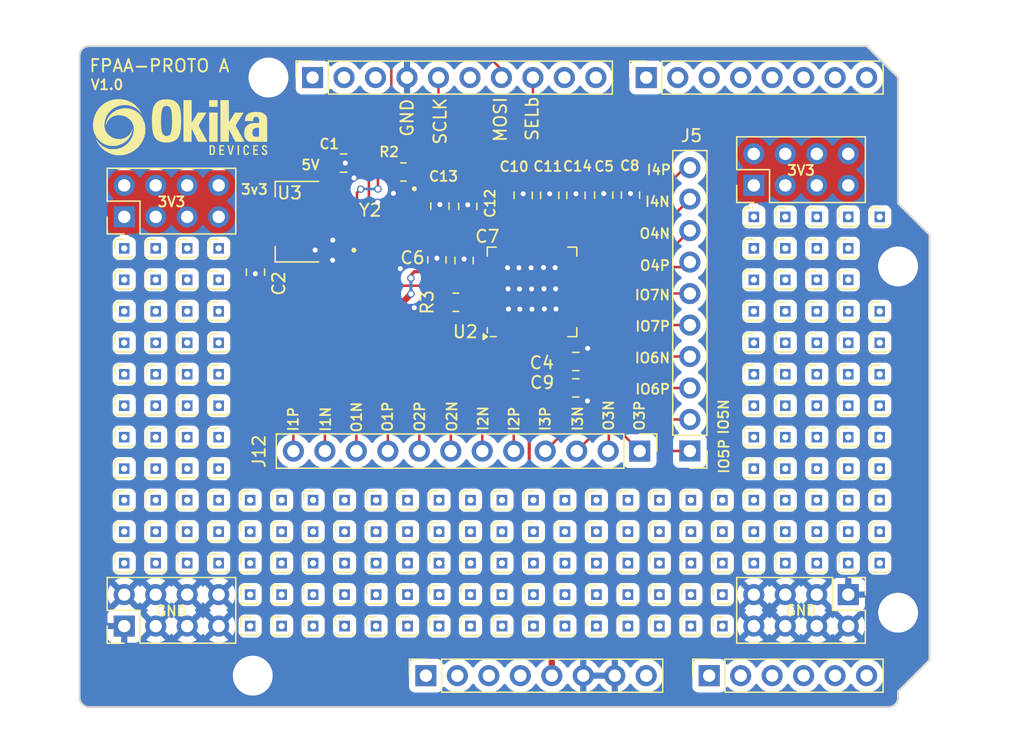
<source format=kicad_pcb>
(kicad_pcb (version 20241229) (generator "pcbnew") (generator_version "9.0")
  (title_block (date "mar. 31 mars 2015"))
  (layers (0 "F.Cu" signal) (2 "B.Cu" signal) (13 "F.Paste" user) (15 "B.Paste" user) (5 "F.SilkS" user "F.Silkscreen") (7 "B.SilkS" user "B.Silkscreen") (1 "F.Mask" user) (3 "B.Mask" user) (25 "Edge.Cuts" user))
  (net 0 "")
  (net 1 "GND")
  (net 3 "+5V")
  (net 4 "+3V3")
  (net 5 "VCC")
  (net 6 "/VREFN")
  (net 7 "/VMR")
  (net 8 "/VREFP")
  (net 9 "/O1N")
  (net 10 "/I1N")
  (net 11 "/I1P")
  (net 12 "/O1P")
  (net 13 "/I2N")
  (net 14 "/I2P")
  (net 15 "/O2N")
  (net 16 "/O2P")
  (net 17 "/MOSI")
  (net 18 "/SCLK")
  (net 19 "/SELb")
  (net 20 "/IO5P")
  (net 21 "/IO5N")
  (net 22 "/ACLK")
  (net 23 "/IO6N")
  (net 24 "/IO6P")
  (net 25 "/O3P")
  (net 26 "/I3N")
  (net 27 "/O3N")
  (net 28 "/I3P")
  (net 29 "/I4N")
  (net 30 "/O4N")
  (net 31 "/O4P")
  (net 32 "/I4P")
  (net 33 "/IO7N")
  (net 34 "/IO7P")
  (net 35 "Net-(U2-ERRb)")
  (net 63 "Net-(Y2-TRI_STATE)")
  (footprint "Connector_PinSocket_2.54mm:PinSocket_1x08_P2.54mm_Vertical" (layer "F.Cu") (at 127.94 97.46 90)
    (property "Reference" "J1" (hide yes))
    (property "Value" "Power")
  )
  (footprint "Connector_PinSocket_2.54mm:PinSocket_1x06_P2.54mm_Vertical" (layer "F.Cu") (at 150.8 97.46 90)
    (property "Reference" "J3" (hide yes))
    (property "Value" "Analog")
  )
  (footprint "Connector_PinSocket_2.54mm:PinSocket_1x10_P2.54mm_Vertical" (layer "F.Cu") (at 118.796 49.2 90)
    (property "Reference" "J2" (hide yes))
    (property "Value" "Digital/PWM")
  )
  (footprint "Connector_PinSocket_2.54mm:PinSocket_1x08_P2.54mm_Vertical" (layer "F.Cu") (at 145.72 49.2 90)
    (property "Reference" "J4" (hide yes))
    (property "Value" "Digital/PWM")
  )
  (footprint "Connector_PinHeader_1.00mm:PinHeader_1x01_P1.00mm_Vertical" (layer "F.Cu") (at 106.14 68.06)
    (property "Reference" "REF**203" (hide yes))
    (property "Value" "PinHeader_1x01_P1.00mm_Vertical" (hide yes))
  )
  (footprint "Connector_PinHeader_1.00mm:PinHeader_1x01_P1.00mm_Vertical" (layer "F.Cu") (at 111.22 62.98)
    (property "Reference" "REF**197" (hide yes))
    (property "Value" "PinHeader_1x01_P1.00mm_Vertical" (hide yes))
  )
  (footprint "Connector_PinHeader_1.00mm:PinHeader_1x01_P1.00mm_Vertical" (layer "F.Cu") (at 164.56 80.76)
    (property "Reference" "REF**183" (hide yes))
    (property "Value" "PinHeader_1x01_P1.00mm_Vertical" (hide yes))
  )
  (footprint "Capacitor_SMD:C_0805_2012Metric" (layer "F.Cu") (at 131.32 59.6 90)
    (property "Reference" "C12")
    (property "Value" "0.1uF")
  )
  (footprint "Connector_PinHeader_1.00mm:PinHeader_1x01_P1.00mm_Vertical" (layer "F.Cu") (at 106.14 65.52)
    (property "Reference" "REF**199" (hide yes))
    (property "Value" "PinHeader_1x01_P1.00mm_Vertical" (hide yes))
  )
  (footprint "Connector_PinHeader_1.00mm:PinHeader_1x01_P1.00mm_Vertical" (layer "F.Cu") (at 139.16 85.84)
    (property "Reference" "REF**40" (hide yes))
    (property "Value" "PinHeader_1x01_P1.00mm_Vertical" (hide yes))
  )
  (footprint "Capacitor_SMD:C_0805_2012Metric" (layer "F.Cu") (at 144.45 58.69 90)
    (property "Reference" "C8")
    (property "Value" "0.01uF")
  )
  (footprint "Connector_PinHeader_1.00mm:PinHeader_1x01_P1.00mm_Vertical" (layer "F.Cu") (at 113.76 83.3)
    (property "Reference" "REF**5" (hide yes))
    (property "Value" "PinHeader_1x01_P1.00mm_Vertical" (hide yes))
  )
  (footprint "Connector_PinHeader_1.00mm:PinHeader_1x01_P1.00mm_Vertical" (layer "F.Cu") (at 159.48 80.76)
    (property "Reference" "REF**181" (hide yes))
    (property "Value" "PinHeader_1x01_P1.00mm_Vertical" (hide yes))
  )
  (footprint "Connector_PinHeader_1.00mm:PinHeader_1x01_P1.00mm_Vertical" (layer "F.Cu") (at 144.24 85.84)
    (property "Reference" "REF**42" (hide yes))
    (property "Value" "PinHeader_1x01_P1.00mm_Vertical" (hide yes))
  )
  (footprint "Connector_PinHeader_1.00mm:PinHeader_1x01_P1.00mm_Vertical" (layer "F.Cu") (at 154.4 78.22)
    (property "Reference" "REF**174" (hide yes))
    (property "Value" "PinHeader_1x01_P1.00mm_Vertical" (hide yes))
  )
  (footprint "Connector_PinHeader_1.00mm:PinHeader_1x01_P1.00mm_Vertical" (layer "F.Cu") (at 131.54 90.92)
    (property "Reference" "REF**87" (hide yes))
    (property "Value" "PinHeader_1x01_P1.00mm_Vertical" (hide yes))
  )
  (footprint "Connector_PinHeader_1.00mm:PinHeader_1x01_P1.00mm_Vertical" (layer "F.Cu") (at 162.02 88.38)
    (property "Reference" "REF**74" (hide yes))
    (property "Value" "PinHeader_1x01_P1.00mm_Vertical" (hide yes))
  )
  (footprint "Connector_PinHeader_1.00mm:PinHeader_1x01_P1.00mm_Vertical" (layer "F.Cu") (at 151.86 90.92)
    (property "Reference" "REF**95" (hide yes))
    (property "Value" "PinHeader_1x01_P1.00mm_Vertical" (hide yes))
  )
  (footprint "Connector_PinHeader_1.00mm:PinHeader_1x01_P1.00mm_Vertical" (layer "F.Cu") (at 159.48 68.06)
    (property "Reference" "REF**156" (hide yes))
    (property "Value" "PinHeader_1x01_P1.00mm_Vertical" (hide yes))
  )
  (footprint "Connector_PinHeader_1.00mm:PinHeader_1x01_P1.00mm_Vertical" (layer "F.Cu") (at 111.22 80.76)
    (property "Reference" "REF**225" (hide yes))
    (property "Value" "PinHeader_1x01_P1.00mm_Vertical" (hide yes))
  )
  (footprint "Connector_PinHeader_1.00mm:PinHeader_1x01_P1.00mm_Vertical" (layer "F.Cu") (at 103.6 80.76)
    (property "Reference" "REF**222" (hide yes))
    (property "Value" "PinHeader_1x01_P1.00mm_Vertical" (hide yes))
  )
  (footprint "Connector_PinHeader_2.54mm:PinHeader_2x04_P2.54mm_Vertical" (layer "F.Cu") (at 162.02 90.92 -90)
    (property "Reference" "J9" (hide yes))
    (property "Value" "GND_Conn")
  )
  (footprint "Connector_PinHeader_1.00mm:PinHeader_1x01_P1.00mm_Vertical" (layer "F.Cu") (at 144.24 90.92)
    (property "Reference" "REF**92" (hide yes))
    (property "Value" "PinHeader_1x01_P1.00mm_Vertical" (hide yes))
  )
  (footprint "Connector_PinHeader_1.00mm:PinHeader_1x01_P1.00mm_Vertical" (layer "F.Cu") (at 121.38 85.84)
    (property "Reference" "REF**33" (hide yes))
    (property "Value" "PinHeader_1x01_P1.00mm_Vertical" (hide yes))
  )
  (footprint "Capacitor_SMD:C_0805_2012Metric" (layer "F.Cu") (at 140.04 72.11)
    (property "Reference" "C4")
    (property "Value" "0.1uF")
  )
  (footprint "Connector_PinHeader_1.00mm:PinHeader_1x01_P1.00mm_Vertical" (layer "F.Cu") (at 141.7 88.38)
    (property "Reference" "REF**66" (hide yes))
    (property "Value" "PinHeader_1x01_P1.00mm_Vertical" (hide yes))
  )
  (footprint "Connector_PinHeader_1.00mm:PinHeader_1x01_P1.00mm_Vertical" (layer "F.Cu") (at 108.68 85.84)
    (property "Reference" "REF**28" (hide yes))
    (property "Value" "PinHeader_1x01_P1.00mm_Vertical" (hide yes))
  )
  (footprint "Connector_PinHeader_1.00mm:PinHeader_1x01_P1.00mm_Vertical" (layer "F.Cu") (at 149.32 93.46)
    (property "Reference" "REF**119" (hide yes))
    (property "Value" "PinHeader_1x01_P1.00mm_Vertical" (hide yes))
  )
  (footprint "Connector_PinHeader_1.00mm:PinHeader_1x01_P1.00mm_Vertical" (layer "F.Cu") (at 162.02 60.44)
    (property "Reference" "REF**142" (hide yes))
    (property "Value" "PinHeader_1x01_P1.00mm_Vertical" (hide yes))
  )
  (footprint "Connector_PinHeader_1.00mm:PinHeader_1x01_P1.00mm_Vertical" (layer "F.Cu") (at 136.62 88.38)
    (property "Reference" "REF**64" (hide yes))
    (property "Value" "PinHeader_1x01_P1.00mm_Vertical" (hide yes))
  )
  (footprint "Connector_PinHeader_1.00mm:PinHeader_1x01_P1.00mm_Vertical" (layer "F.Cu") (at 149.32 85.84)
    (property "Reference" "REF**44" (hide yes))
    (property "Value" "PinHeader_1x01_P1.00mm_Vertical" (hide yes))
  )
  (footprint "Connector_PinHeader_1.00mm:PinHeader_1x01_P1.00mm_Vertical" (layer "F.Cu") (at 162.02 65.52)
    (property "Reference" "REF**152" (hide yes))
    (property "Value" "PinHeader_1x01_P1.00mm_Vertical" (hide yes))
  )
  (footprint "Connector_PinHeader_1.00mm:PinHeader_1x01_P1.00mm_Vertical" (layer "F.Cu") (at 146.78 90.92)
    (property "Reference" "REF**93" (hide yes))
    (property "Value" "PinHeader_1x01_P1.00mm_Vertical" (hide yes))
  )
  (footprint "Connector_PinHeader_1.00mm:PinHeader_1x01_P1.00mm_Vertical" (layer "F.Cu") (at 134.08 83.3)
    (property "Reference" "REF**13" (hide yes))
    (property "Value" "PinHeader_1x01_P1.00mm_Vertical" (hide yes))
  )
  (footprint "Connector_PinHeader_1.00mm:PinHeader_1x01_P1.00mm_Vertical" (layer "F.Cu") (at 111.22 85.84)
    (property "Reference" "REF**29" (hide yes))
    (property "Value" "PinHeader_1x01_P1.00mm_Vertical" (hide yes))
  )
  (footprint "Connector_PinHeader_2.54mm:PinHeader_1x12_P2.54mm_Vertical" (layer "F.Cu") (at 145.19 79.34 -90)
    (property "Reference" "J12")
    (property "Value" "Conn_01x12")
  )
  (footprint "Connector_PinHeader_1.00mm:PinHeader_1x01_P1.00mm_Vertical" (layer "F.Cu") (at 106.14 80.76)
    (property "Reference" "REF**223" (hide yes))
    (property "Value" "PinHeader_1x01_P1.00mm_Vertical" (hide yes))
  )
  (footprint "Connector_PinHeader_1.00mm:PinHeader_1x01_P1.00mm_Vertical" (layer "F.Cu") (at 116.3 90.92)
    (property "Reference" "REF**81" (hide yes))
    (property "Value" "PinHeader_1x01_P1.00mm_Vertical" (hide yes))
  )
  (footprint "Connector_PinHeader_1.00mm:PinHeader_1x01_P1.00mm_Vertical" (layer "F.Cu") (at 103.6 78.22)
    (property "Reference" "REF**218" (hide yes))
    (property "Value" "PinHeader_1x01_P1.00mm_Vertical" (hide yes))
  )
  (footprint "Connector_PinHeader_1.00mm:PinHeader_1x01_P1.00mm_Vertical" (layer "F.Cu") (at 111.22 65.52)
    (property "Reference" "REF**201" (hide yes))
    (property "Value" "PinHeader_1x01_P1.00mm_Vertical" (hide yes))
  )
  (footprint "Connector_PinHeader_1.00mm:PinHeader_1x01_P1.00mm_Vertical" (layer "F.Cu") (at 108.68 68.06)
    (property "Reference" "REF**204" (hide yes))
    (property "Value" "PinHeader_1x01_P1.00mm_Vertical" (hide yes))
  )
  (footprint "Connector_PinHeader_1.00mm:PinHeader_1x01_P1.00mm_Vertical" (layer "F.Cu") (at 129 83.3)
    (property "Reference" "REF**11" (hide yes))
    (property "Value" "PinHeader_1x01_P1.00mm_Vertical" (hide yes))
  )
  (footprint "Capacitor_SMD:C_0805_2012Metric" (layer "F.Cu") (at 140.04 74.24)
    (property "Reference" "C9")
    (property "Value" "0.01uF")
  )
  (footprint "Connector_PinHeader_1.00mm:PinHeader_1x01_P1.00mm_Vertical" (layer "F.Cu") (at 159.48 65.52)
    (property "Reference" "REF**151" (hide yes))
    (property "Value" "PinHeader_1x01_P1.00mm_Vertical" (hide yes))
  )
  (footprint "ASDDV_16MHz:XTAL_ASDDV-16.000MHz-LC-T3" (layer "F.Cu") (at 126.1325 59.9275 -90)
    (property "Reference" "Y2")
    (property "Value" "ASDDV-16.000MHz-LC-T3")
  )
  (footprint "Package_DFN_QFN:QFN-44-1EP_7x7mm_P0.5mm_EP5.15x5.15mm" (layer "F.Cu") (at 136.505 66.495 90)
    (property "Reference" "U2")
    (property "Value" "OTC24000")
  )
  (footprint "Connector_PinHeader_1.00mm:PinHeader_1x01_P1.00mm_Vertical" (layer "F.Cu") (at 126.46 85.84)
    (property "Reference" "REF**35" (hide yes))
    (property "Value" "PinHeader_1x01_P1.00mm_Vertical" (hide yes))
  )
  (footprint "Connector_PinHeader_1.00mm:PinHeader_1x01_P1.00mm_Vertical" (layer "F.Cu") (at 126.46 83.3)
    (property "Reference" "REF**10" (hide yes))
    (property "Value" "PinHeader_1x01_P1.00mm_Vertical" (hide yes))
  )
  (footprint "Connector_PinHeader_1.00mm:PinHeader_1x01_P1.00mm_Vertical" (layer "F.Cu") (at 126.46 93.46)
    (property "Reference" "REF**110" (hide yes))
    (property "Value" "PinHeader_1x01_P1.00mm_Vertical" (hide yes))
  )
  (footprint "Connector_PinHeader_1.00mm:PinHeader_1x01_P1.00mm_Vertical" (layer "F.Cu") (at 151.86 85.84)
    (property "Reference" "REF**45" (hide yes))
    (property "Value" "PinHeader_1x01_P1.00mm_Vertical" (hide yes))
  )
  (footprint "Connector_PinHeader_1.00mm:PinHeader_1x01_P1.00mm_Vertical" (layer "F.Cu") (at 141.7 83.3)
    (property "Reference" "REF**16" (hide yes))
    (property "Value" "PinHeader_1x01_P1.00mm_Vertical" (hide yes))
  )
  (footprint "Connector_PinHeader_1.00mm:PinHeader_1x01_P1.00mm_Vertical" (layer "F.Cu") (at 162.02 75.68)
    (property "Reference" "REF**172" (hide yes))
    (property "Value" "PinHeader_1x01_P1.00mm_Vertical" (hide yes))
  )
  (footprint "Connector_PinHeader_1.00mm:PinHeader_1x01_P1.00mm_Vertical" (layer "F.Cu") (at 113.76 90.92)
    (property "Reference" "REF**80" (hide yes))
    (property "Value" "PinHeader_1x01_P1.00mm_Vertical" (hide yes))
  )
  (footprint "Connector_PinHeader_1.00mm:PinHeader_1x01_P1.00mm_Vertical" (layer "F.Cu") (at 108.68 83.3)
    (property "Reference" "REF**3" (hide yes))
    (property "Value" "PinHeader_1x01_P1.00mm_Vertical" (hide yes))
  )
  (footprint "Connector_PinHeader_1.00mm:PinHeader_1x01_P1.00mm_Vertical" (layer "F.Cu") (at 106.14 75.68)
    (property "Reference" "REF**215" (hide yes))
    (property "Value" "PinHeader_1x01_P1.00mm_Vertical" (hide yes))
  )
  (footprint "Connector_PinHeader_1.00mm:PinHeader_1x01_P1.00mm_Vertical" (layer "F.Cu") (at 159.48 73.14)
    (property "Reference" "REF**166" (hide yes))
    (property "Value" "PinHeader_1x01_P1.00mm_Vertical" (hide yes))
  )
  (footprint "Connector_PinHeader_1.00mm:PinHeader_1x01_P1.00mm_Vertical" (layer "F.Cu") (at 136.62 90.92)
    (property "Reference" "REF**89" (hide yes))
    (property "Value" "PinHeader_1x01_P1.00mm_Vertical" (hide yes))
  )
  (footprint "Connector_PinHeader_1.00mm:PinHeader_1x01_P1.00mm_Vertical" (layer "F.Cu") (at 162.02 80.76)
    (property "Reference" "REF**182" (hide yes))
    (property "Value" "PinHeader_1x01_P1.00mm_Vertical" (hide yes))
  )
  (footprint "Connector_PinHeader_1.00mm:PinHeader_1x01_P1.00mm_Vertical" (layer "F.Cu") (at 164.56 68.06)
    (property "Reference" "REF**158" (hide yes))
    (property "Value" "PinHeader_1x01_P1.00mm_Vertical" (hide yes))
  )
  (footprint "Connector_PinHeader_1.00mm:PinHeader_1x01_P1.00mm_Vertical" (layer "F.Cu") (at 159.48 75.68)
    (property "Reference" "REF**171" (hide yes))
    (property "Value" "PinHeader_1x01_P1.00mm_Vertical" (hide yes))
  )
  (footprint "Connector_PinHeader_1.00mm:PinHeader_1x01_P1.00mm_Vertical" (layer "F.Cu") (at 156.94 65.52)
    (property "Reference" "REF**150" (hide yes))
    (property "Value" "PinHeader_1x01_P1.00mm_Vertical" (hide yes))
  )
  (footprint "Connector_PinHeader_1.00mm:PinHeader_1x01_P1.00mm_Vertical" (layer "F.Cu") (at 106.14 73.14)
    (property "Reference" "REF**211" (hide yes))
    (property "Value" "PinHeader_1x01_P1.00mm_Vertical" (hide yes))
  )
  (footprint "Connector_PinHeader_1.00mm:PinHeader_1x01_P1.00mm_Vertical" (layer "F.Cu") (at 154.4 88.38)
    (property "Reference" "REF**71" (hide yes))
    (property "Value" "PinHeader_1x01_P1.00mm_Vertical" (hide yes))
  )
  (footprint "Connector_PinHeader_1.00mm:PinHeader_1x01_P1.00mm_Vertical" (layer "F.Cu") (at 154.4 73.14)
    (property "Reference" "REF**164" (hide yes))
    (property "Value" "PinHeader_1x01_P1.00mm_Vertical" (hide yes))
  )
  (footprint "Connector_PinHeader_1.00mm:PinHeader_1x01_P1.00mm_Vertical" (layer "F.Cu") (at 121.38 88.38)
    (property "Reference" "REF**58" (hide yes))
    (property "Value" "PinHeader_1x01_P1.00mm_Vertical" (hide yes))
  )
  (footprint "Connector_PinHeader_1.00mm:PinHeader_1x01_P1.00mm_Vertical" (layer "F.Cu") (at 156.94 60.44)
    (property "Reference" "REF**140" (hide yes))
    (property "Value" "PinHeader_1x01_P1.00mm_Vertical" (hide yes))
  )
  (footprint "Connector_PinHeader_1.00mm:PinHeader_1x01_P1.00mm_Vertical" (layer "F.Cu") (at 139.16 88.38)
    (property "Reference" "REF**65" (hide yes))
    (property "Value" "PinHeader_1x01_P1.00mm_Vertical" (hide yes))
  )
  (footprint "Connector_PinHeader_1.00mm:PinHeader_1x01_P1.00mm_Vertical" (layer "F.Cu") (at 151.86 83.3)
    (property "Reference" "REF**20" (hide yes))
    (property "Value" "PinHeader_1x01_P1.00mm_Vertical" (hide yes))
  )
  (footprint "Connector_PinHeader_1.00mm:PinHeader_1x01_P1.00mm_Vertical" (layer "F.Cu") (at 126.46 90.92)
    (property "Reference" "REF**85" (hide yes))
    (property "Value" "PinHeader_1x01_P1.00mm_Vertical" (hide yes))
  )
  (footprint "Capacitor_SMD:C_0805_2012Metric" (layer "F.Cu") (at 140.05 58.71 90)
    (property "Reference" "C14")
    (property "Value" "0.1uF")
  )
  (footprint "Connector_PinHeader_1.00mm:PinHeader_1x01_P1.00mm_Vertical" (layer "F.Cu") (at 113.76 93.46)
    (property "Reference" "REF**105" (hide yes))
    (property "Value" "PinHeader_1x01_P1.00mm_Vertical" (hide yes))
  )
  (footprint "Connector_PinHeader_1.00mm:PinHeader_1x01_P1.00mm_Vertical" (layer "F.Cu") (at 146.78 93.46)
    (property "Reference" "REF**118" (hide yes))
    (property "Value" "PinHeader_1x01_P1.00mm_Vertical" (hide yes))
  )
  (footprint "Connector_PinHeader_1.00mm:PinHeader_1x01_P1.00mm_Vertical" (layer "F.Cu") (at 118.84 83.3)
    (property "Reference" "REF**7" (hide yes))
    (property "Value" "PinHeader_1x01_P1.00mm_Vertical" (hide yes))
  )
  (footprint "Connector_PinHeader_1.00mm:PinHeader_1x01_P1.00mm_Vertical" (layer "F.Cu") (at 154.4 70.6)
    (property "Reference" "REF**159" (hide yes))
    (property "Value" "PinHeader_1x01_P1.00mm_Vertical" (hide yes))
  )
  (footprint "Connector_PinHeader_1.00mm:PinHeader_1x01_P1.00mm_Vertical" (layer "F.Cu") (at 146.78 88.38)
    (property "Reference" "REF**68" (hide yes))
    (property "Value" "PinHeader_1x01_P1.00mm_Vertical" (hide yes))
  )
  (footprint "Connector_PinHeader_1.00mm:PinHeader_1x01_P1.00mm_Vertical" (layer "F.Cu") (at 116.3 83.3)
    (property "Reference" "REF**6" (hide yes))
    (property "Value" "PinHeader_1x01_P1.00mm_Vertical" (hide yes))
  )
  (footprint "Connector_PinHeader_1.00mm:PinHeader_1x01_P1.00mm_Vertical" (layer "F.Cu") (at 164.56 88.38)
    (property "Reference" "REF**75" (hide yes))
    (property "Value" "PinHeader_1x01_P1.00mm_Vertical" (hide yes))
  )
  (footprint "Connector_PinHeader_1.00mm:PinHeader_1x01_P1.00mm_Vertical" (layer "F.Cu") (at 162.02 70.6)
    (property "Reference" "REF**162" (hide yes))
    (property "Value" "PinHeader_1x01_P1.00mm_Vertical" (hide yes))
  )
  (footprint "Resistor_SMD:R_0805_2012Metric" (layer "F.Cu") (at 126.12 56.82)
    (property "Reference" "R2")
    (property "Value" "10k")
  )
  (footprint "Connector_PinHeader_1.00mm:PinHeader_1x01_P1.00mm_Vertical" (layer "F.Cu") (at 156.94 75.68)
    (property "Reference" "REF**170" (hide yes))
    (property "Value" "PinHeader_1x01_P1.00mm_Vertical" (hide yes))
  )
  (footprint "Connector_PinHeader_1.00mm:PinHeader_1x01_P1.00mm_Vertical" (layer "F.Cu") (at 144.24 88.38)
    (property "Reference" "REF**67" (hide yes))
    (property "Value" "PinHeader_1x01_P1.00mm_Vertical" (hide yes))
  )
  (footprint "Connector_PinHeader_1.00mm:PinHeader_1x01_P1.00mm_Vertical" (layer "F.Cu") (at 162.02 73.14)
    (property "Reference" "REF**167" (hide yes))
    (property "Value" "PinHeader_1x01_P1.00mm_Vertical" (hide yes))
  )
  (footprint "Connector_PinHeader_1.00mm:PinHeader_1x01_P1.00mm_Vertical" (layer "F.Cu") (at 131.54 85.84)
    (property "Reference" "REF**37" (hide yes))
    (property "Value" "PinHeader_1x01_P1.00mm_Vertical" (hide yes))
  )
  (footprint "Connector_PinHeader_1.00mm:PinHeader_1x01_P1.00mm_Vertical" (layer "F.Cu") (at 108.68 75.68)
    (property "Reference" "REF**216" (hide yes))
    (property "Value" "PinHeader_1x01_P1.00mm_Vertical" (hide yes))
  )
  (footprint "Connector_PinHeader_1.00mm:PinHeader_1x01_P1.00mm_Vertical" (layer "F.Cu") (at 134.08 88.38)
    (property "Reference" "REF**63" (hide yes))
    (property "Value" "PinHeader_1x01_P1.00mm_Vertical" (hide yes))
  )
  (footprint "Connector_PinHeader_1.00mm:PinHeader_1x01_P1.00mm_Vertical" (layer "F.Cu") (at 103.6 88.38)
    (property "Reference" "REF**51" (hide yes))
    (property "Value" "PinHeader_1x01_P1.00mm_Vertical" (hide yes))
  )
  (footprint "Connector_PinHeader_1.00mm:PinHeader_1x01_P1.00mm_Vertical" (layer "F.Cu") (at 151.86 88.38)
    (property "Reference" "REF**70" (hide yes))
    (property "Value" "PinHeader_1x01_P1.00mm_Vertical" (hide yes))
  )
  (footprint "Arduino_MountingHole:MountingHole_3.2mm" (layer "F.Cu") (at 115.24 49.2)
    (property "Reference" "MH1" (hide yes))
    (property "Value" "MountingHole_3.2mm" (hide yes))
  )
  (footprint "Connector_PinHeader_1.00mm:PinHeader_1x01_P1.00mm_Vertical" (layer "F.Cu") (at 154.4 65.52)
    (property "Reference" "REF**149" (hide yes))
    (property "Value" "PinHeader_1x01_P1.00mm_Vertical" (hide yes))
  )
  (footprint "Capacitor_SMD:C_0805_2012Metric" (layer "F.Cu") (at 142.29 58.69 90)
    (property "Reference" "C5")
    (property "Value" "0.1uF")
  )
  (footprint "Connector_PinHeader_1.00mm:PinHeader_1x01_P1.00mm_Vertical" (layer "F.Cu") (at 136.62 83.3)
    (property "Reference" "REF**14" (hide yes))
    (property "Value" "PinHeader_1x01_P1.00mm_Vertical" (hide yes))
  )
  (footprint "Connector_PinHeader_1.00mm:PinHeader_1x01_P1.00mm_Vertical" (layer "F.Cu") (at 162.02 78.22)
    (property "Reference" "REF**177" (hide yes))
    (property "Value" "PinHeader_1x01_P1.00mm_Vertical" (hide yes))
  )
  (footprint "Capacitor_SMD:C_0805_2012Metric" (layer "F.Cu") (at 131.02 63.96 90)
    (property "Reference" "C7")
    (property "Value" "0.01uF")
  )
  (footprint "Connector_PinHeader_1.00mm:PinHeader_1x01_P1.00mm_Vertical" (layer "F.Cu") (at 164.56 85.84)
    (property "Reference" "REF**50" (hide yes))
    (property "Value" "PinHeader_1x01_P1.00mm_Vertical" (hide yes))
  )
  (footprint "Connector_PinHeader_1.00mm:PinHeader_1x01_P1.00mm_Vertical" (layer "F.Cu") (at 131.54 83.3)
    (property "Reference" "REF**12" (hide yes))
    (property "Value" "PinHeader_1x01_P1.00mm_Vertical" (hide yes))
  )
  (footprint "Connector_PinHeader_1.00mm:PinHeader_1x01_P1.00mm_Vertical" (layer "F.Cu") (at 134.08 90.92)
    (property "Reference" "REF**88" (hide yes))
    (property "Value" "PinHeader_1x01_P1.00mm_Vertical" (hide yes))
  )
  (footprint "Connector_PinHeader_1.00mm:PinHeader_1x01_P1.00mm_Vertical" (layer "F.Cu") (at 141.7 90.92)
    (property "Reference" "REF**91" (hide yes))
    (property "Value" "PinHeader_1x01_P1.00mm_Vertical" (hide yes))
  )
  (footprint "Connector_PinHeader_1.00mm:PinHeader_1x01_P1.00mm_Vertical" (layer "F.Cu") (at 139.16 83.3)
    (property "Reference" "REF**15" (hide yes))
    (property "Value" "PinHeader_1x01_P1.00mm_Vertical" (hide yes))
  )
  (footprint "Connector_PinHeader_1.00mm:PinHeader_1x01_P1.00mm_Vertical" (layer "F.Cu") (at 159.48 78.22)
    (property "Reference" "REF**176" (hide yes))
    (property "Value" "PinHeader_1x01_P1.00mm_Vertical" (hide yes))
  )
  (footprint "Connector_PinHeader_1.00mm:PinHeader_1x01_P1.00mm_Vertical" (layer "F.Cu") (at 154.4 60.44)
    (property "Reference" "REF**139" (hide yes))
    (property "Value" "PinHeader_1x01_P1.00mm_Vertical" (hide yes))
  )
  (footprint "Connector_PinHeader_1.00mm:PinHeader_1x01_P1.00mm_Vertical" (layer "F.Cu") (at 164.56 75.68)
    (property "Reference" "REF**173" (hide yes))
    (property "Value" "PinHeader_1x01_P1.00mm_Vertical" (hide yes))
  )
  (footprint "Connector_PinHeader_1.00mm:PinHeader_1x01_P1.00mm_Vertical" (layer "F.Cu") (at 116.3 85.84)
    (property "Reference" "REF**31" (hide yes))
    (property "Value" "PinHeader_1x01_P1.00mm_Vertical" (hide yes))
  )
  (footprint "Connector_PinHeader_1.00mm:PinHeader_1x01_P1.00mm_Vertical" (layer "F.Cu") (at 159.48 60.44)
    (property "Reference" "REF**141" (hide yes))
    (property "Value" "PinHeader_1x01_P1.00mm_Vertical" (hide yes))
  )
  (footprint "Connector_PinHeader_1.00mm:PinHeader_1x01_P1.00mm_Vertical" (layer "F.Cu") (at 159.48 88.38)
    (property "Reference" "REF**73" (hide yes))
    (property "Value" "PinHeader_1x01_P1.00mm_Vertical" (hide yes))
  )
  (footprint "Connector_PinHeader_1.00mm:PinHeader_1x01_P1.00mm_Vertical" (layer "F.Cu") (at 164.56 83.3)
    (property "Reference" "REF**25" (hide yes))
    (property "Value" "PinHeader_1x01_P1.00mm_Vertical" (hide yes))
  )
  (footprint "TLV1117-33CDCYG3:SOT230P700X180-4N" (layer "F.Cu") (at 117.53 60.83 180)
    (property "Reference" "U3")
    (property "Value" "TLV1117-33CDCYG3")
  )
  (footprint "Connector_PinHeader_1.00mm:PinHeader_1x01_P1.00mm_Vertical" (layer "F.Cu") (at 134.08 85.84)
    (property "Reference" "REF**38" (hide yes))
    (property "Value" "PinHeader_1x01_P1.00mm_Vertical" (hide yes))
  )
  (footprint "Connector_PinHeader_1.00mm:PinHeader_1x01_P1.00mm_Vertical" (layer "F.Cu") (at 144.24 83.3)
    (property "Reference" "REF**17" (hide yes))
    (property "Value" "PinHeader_1x01_P1.00mm_Vertical" (hide yes))
  )
  (footprint "Connector_PinHeader_2.54mm:PinHeader_2x04_P2.54mm_Vertical" (layer "F.Cu") (at 103.6 60.44 90)
    (property "Reference" "J6" (hide yes))
    (property "Value" "3V3_Conn")
  )
  (footprint "Connector_PinHeader_1.00mm:PinHeader_1x01_P1.00mm_Vertical" (layer "F.Cu") (at 154.4 83.3)
    (property "Reference" "REF**21" (hide yes))
    (property "Value" "PinHeader_1x01_P1.00mm_Vertical" (hide yes))
  )
  (footprint "Connector_PinHeader_1.00mm:PinHeader_1x01_P1.00mm_Vertical" (layer "F.Cu") (at 136.62 85.84)
    (property "Reference" "REF**39" (hide yes))
    (property "Value" "PinHeader_1x01_P1.00mm_Vertical" (hide yes))
  )
  (footprint "Connector_PinHeader_1.00mm:PinHeader_1x01_P1.00mm_Vertical" (layer "F.Cu") (at 154.4 80.76)
    (property "Reference" "REF**179" (hide yes))
    (property "Value" "PinHeader_1x01_P1.00mm_Vertical" (hide yes))
  )
  (footprint "Connector_PinHeader_1.00mm:PinHeader_1x01_P1.00mm_Vertical" (layer "F.Cu") (at 123.92 88.38)
    (property "Reference" "REF**59" (hide yes))
    (property "Value" "PinHeader_1x01_P1.00mm_Vertical" (hide yes))
  )
  (footprint "Connector_PinHeader_1.00mm:PinHeader_1x01_P1.00mm_Vertical" (layer "F.Cu") (at 116.3 93.46)
    (property "Reference" "REF**106" (hide yes))
    (property "Value" "PinHeader_1x01_P1.00mm_Vertical" (hide yes))
  )
  (footprint "Connector_PinHeader_1.00mm:PinHeader_1x01_P1.00mm_Vertical" (layer "F.Cu") (at 121.38 83.3)
    (property "Reference" "REF**8" (hide yes))
    (property "Value" "PinHeader_1x01_P1.00mm_Vertical" (hide yes))
  )
  (footprint "Connector_PinHeader_1.00mm:PinHeader_1x01_P1.00mm_Vertical" (layer "F.Cu") (at 123.92 90.92)
    (property "Reference" "REF**84" (hide yes))
    (property "Value" "PinHeader_1x01_P1.00mm_Vertical" (hide yes))
  )
  (footprint "Connector_PinHeader_1.00mm:PinHeader_1x01_P1.00mm_Vertical" (layer "F.Cu") (at 156.94 80.76)
    (property "Reference" "REF**180" (hide yes))
    (property "Value" "PinHeader_1x01_P1.00mm_Vertical" (hide yes))
  )
  (footprint "Connector_PinHeader_1.00mm:PinHeader_1x01_P1.00mm_Vertical" (layer "F.Cu") (at 108.68 70.6)
    (property "Reference" "REF**208" (hide yes))
    (property "Value" "PinHeader_1x01_P1.00mm_Vertical" (hide yes))
  )
  (footprint "Connector_PinHeader_1.00mm:PinHeader_1x01_P1.00mm_Vertical" (layer "F.Cu") (at 113.76 85.84)
    (property "Reference" "REF**30" (hide yes))
    (property "Value" "PinHeader_1x01_P1.00mm_Vertical" (hide yes))
  )
  (footprint "Connector_PinHeader_1.00mm:PinHeader_1x01_P1.00mm_Vertical" (layer "F.Cu") (at 123.92 83.3)
    (property "Reference" "REF**9" (hide yes))
    (property "Value" "PinHeader_1x01_P1.00mm_Vertical" (hide yes))
  )
  (footprint "Connector_PinHeader_1.00mm:PinHeader_1x01_P1.00mm_Vertical" (layer "F.Cu") (at 156.94 88.38)
    (property "Reference" "REF**72" (hide yes))
    (property "Value" "PinHeader_1x01_P1.00mm_Vertical" (hide yes))
  )
  (footprint "Capacitor_SMD:C_0805_2012Metric" (layer "F.Cu") (at 137.93 58.71 90)
    (property "Reference" "C11")
    (property "Value" "0.1uF")
  )
  (footprint "Connector_PinHeader_1.00mm:PinHeader_1x01_P1.00mm_Vertical" (layer "F.Cu") (at 136.62 93.46)
    (property "Reference" "REF**114" (hide yes))
    (property "Value" "PinHeader_1x01_P1.00mm_Vertical" (hide yes))
  )
  (footprint "Connector_PinHeader_1.00mm:PinHeader_1x01_P1.00mm_Vertical" (layer "F.Cu") (at 123.92 93.46)
    (property "Reference" "REF**109" (hide yes))
    (property "Value" "PinHeader_1x01_P1.00mm_Vertical" (hide yes))
  )
  (footprint "Connector_PinHeader_1.00mm:PinHeader_1x01_P1.00mm_Vertical" (layer "F.Cu") (at 139.16 93.46)
    (property "Reference" "REF**115" (hide yes))
    (property "Value" "PinHeader_1x01_P1.00mm_Vertical" (hide yes))
  )
  (footprint "Connector_PinHeader_1.00mm:PinHeader_1x01_P1.00mm_Vertical" (layer "F.Cu") (at 103.6 65.52)
    (property "Reference" "REF**198" (hide yes))
    (property "Value" "PinHeader_1x01_P1.00mm_Vertical" (hide yes))
  )
  (footprint "Connector_PinHeader_1.00mm:PinHeader_1x01_P1.00mm_Vertical" (layer "F.Cu") (at 126.46 88.38)
    (property "Reference" "REF**60" (hide yes))
    (property "Value" "PinHeader_1x01_P1.00mm_Vertical" (hide yes))
  )
  (footprint "Connector_PinHeader_1.00mm:PinHeader_1x01_P1.00mm_Vertical" (layer "F.Cu") (at 106.14 83.3)
    (property "Reference" "REF**2" (hide yes))
    (property "Value" "PinHeader_1x01_P1.00mm_Vertical" (hide yes))
  )
  (footprint "Connector_PinHeader_1.00mm:PinHeader_1x01_P1.00mm_Vertical" (layer "F.Cu") (at 146.78 83.3)
    (property "Reference" "REF**18" (hide yes))
    (property "Value" "PinHeader_1x01_P1.00mm_Vertical" (hide yes))
  )
  (footprint "Connector_PinHeader_1.00mm:PinHeader_1x01_P1.00mm_Vertical" (layer "F.Cu") (at 111.22 73.14)
    (property "Reference" "REF**213" (hide yes))
    (property "Value" "PinHeader_1x01_P1.00mm_Vertical" (hide yes))
  )
  (footprint "Connector_PinHeader_1.00mm:PinHeader_1x01_P1.00mm_Vertical" (layer "F.Cu") (at 108.68 80.76)
    (property "Reference" "REF**224" (hide yes))
    (property "Value" "PinHeader_1x01_P1.00mm_Vertical" (hide yes))
  )
  (footprint "Connector_PinHeader_1.00mm:PinHeader_1x01_P1.00mm_Vertical" (layer "F.Cu") (at 129 88.38)
    (property "Reference" "REF**61" (hide yes))
    (property "Value" "PinHeader_1x01_P1.00mm_Vertical" (hide yes))
  )
  (footprint "Connector_PinHeader_1.00mm:PinHeader_1x01_P1.00mm_Vertical" (layer "F.Cu") (at 162.02 62.98)
    (property "Reference" "REF**147" (hide yes))
    (property "Value" "PinHeader_1x01_P1.00mm_Vertical" (hide yes))
  )
  (footprint "Connector_PinHeader_1.00mm:PinHeader_1x01_P1.00mm_Vertical" (layer "F.Cu") (at 144.24 93.46)
    (property "Reference" "REF**117" (hide yes))
    (property "Value" "PinHeader_1x01_P1.00mm_Vertical" (hide yes))
  )
  (footprint "Connector_PinHeader_1.00mm:PinHeader_1x01_P1.00mm_Vertical" (layer "F.Cu") (at 154.4 85.84)
    (property "Reference" "REF**189" (hide yes))
    (property "Value" "PinHeader_1x01_P1.00mm_Vertical" (hide yes))
  )
  (footprint "Connector_PinHeader_1.00mm:PinHeader_1x01_P1.00mm_Vertical" (layer "F.Cu") (at 121.38 90.92)
    (property "Reference" "REF**83" (hide yes))
    (property "Value" "PinHeader_1x01_P1.00mm_Vertical" (hide yes))
  )
  (footprint "Connector_PinHeader_1.00mm:PinHeader_1x01_P1.00mm_Vertical" (layer "F.Cu") (at 159.48 83.3)
    (property "Reference" "REF**23" (hide yes))
    (property "Value" "PinHeader_1x01_P1.00mm_Vertical" (hide yes))
  )
  (footprint "Connector_PinHeader_1.00mm:PinHeader_1x01_P1.00mm_Vertical" (layer "F.Cu") (at 103.6 75.68)
    (property "Reference" "REF**214" (hide yes))
    (property "Value" "PinHeader_1x01_P1.00mm_Vertical" (hide yes))
  )
  (footprint "Resistor_SMD:R_0805_2012Metric" (layer "F.Cu") (at 130.35 67.33 180)
    (property "Reference" "R3")
    (property "Value" "10k")
  )
  (footprint "Connector_PinHeader_1.00mm:PinHeader_1x01_P1.00mm_Vertical" (layer "F.Cu") (at 156.94 78.22)
    (property "Reference" "REF**175" (hide yes))
    (property "Value" "PinHeader_1x01_P1.00mm_Vertical" (hide yes))
  )
  (footprint "Connector_PinHeader_1.00mm:PinHeader_1x01_P1.00mm_Vertical" (layer "F.Cu") (at 103.6 70.6)
    (property "Reference" "REF**206" (hide yes))
    (property "Value" "PinHeader_1x01_P1.00mm_Vertical" (hide yes))
  )
  (footprint "Connector_PinHeader_2.54mm:PinHeader_2x04_P2.54mm_Vertical" (layer "F.Cu") (at 154.4 57.9 90)
    (property "Reference" "J7" (hide yes))
    (property "Value" "3V3_Conn")
  )
  (footprint "Connector_PinHeader_1.00mm:PinHeader_1x01_P1.00mm_Vertical" (layer "F.Cu") (at 121.38 93.46)
    (property "Reference" "REF**108" (hide yes))
    (property "Value" "PinHeader_1x01_P1.00mm_Vertical" (hide yes))
  )
  (footprint "Connector_PinHeader_1.00mm:PinHeader_1x01_P1.00mm_Vertical" (layer "F.Cu") (at 129 90.92)
    (property "Reference" "REF**86" (hide yes))
    (property "Value" "PinHeader_1x01_P1.00mm_Vertical" (hide yes))
  )
  (footprint "Connector_PinHeader_1.00mm:PinHeader_1x01_P1.00mm_Vertical" (layer "F.Cu") (at 118.84 85.84)
    (property "Reference" "REF**32" (hide yes))
    (property "Value" "PinHeader_1x01_P1.00mm_Vertical" (hide yes))
  )
  (footprint "LOGO" (layer "F.Cu") (at 109.698911 49.335179)
    (property "Reference" "G***" (hide yes))
    (property "Value" "LOGO" (hide yes))
  )
  (footprint "Connector_PinHeader_1.00mm:PinHeader_1x01_P1.00mm_Vertical" (layer "F.Cu") (at 141.7 85.84)
    (property "Reference" "REF**41" (hide yes))
    (property "Value" "PinHeader_1x01_P1.00mm_Vertical" (hide yes))
  )
  (footprint "Connector_PinHeader_1.00mm:PinHeader_1x01_P1.00mm_Vertical" (layer "F.Cu") (at 118.84 90.92)
    (property "Reference" "REF**82" (hide yes))
    (property "Value" "PinHeader_1x01_P1.00mm_Vertical" (hide yes))
  )
  (footprint "Connector_PinHeader_1.00mm:PinHeader_1x01_P1.00mm_Vertical" (layer "F.Cu") (at 111.22 83.3)
    (property "Reference" "REF**4" (hide yes))
    (property "Value" "PinHeader_1x01_P1.00mm_Vertical" (hide yes))
  )
  (footprint "Connector_PinHeader_1.00mm:PinHeader_1x01_P1.00mm_Vertical" (layer "F.Cu") (at 159.48 70.6)
    (property "Reference" "REF**161" (hide yes))
    (property "Value" "PinHeader_1x01_P1.00mm_Vertical" (hide yes))
  )
  (footprint "Connector_PinHeader_1.00mm:PinHeader_1x01_P1.00mm_Vertical" (layer "F.Cu") (at 129 93.46)
    (property "Reference" "REF**111" (hide yes))
    (property "Value" "PinHeader_1x01_P1.00mm_Vertical" (hide yes))
  )
  (footprint "Connector_PinHeader_1.00mm:PinHeader_1x01_P1.00mm_Vertical" (layer "F.Cu") (at 123.92 85.84)
    (property "Reference" "REF**34" (hide yes))
    (property "Value" "PinHeader_1x01_P1.00mm_Vertical" (hide yes))
  )
  (footprint "Connector_PinHeader_1.00mm:PinHeader_1x01_P1.00mm_Vertical" (layer "F.Cu") (at 103.6 62.98)
    (property "Reference" "REF**194" (hide yes))
    (property "Value" "PinHeader_1x01_P1.00mm_Vertical" (hide yes))
  )
  (footprint "Connector_PinHeader_1.00mm:PinHeader_1x01_P1.00mm_Vertical" (layer "F.Cu") (at 108.68 62.98)
    (property "Reference" "REF**196" (hide yes))
    (property "Value" "PinHeader_1x01_P1.00mm_Vertical" (hide yes))
  )
  (footprint "Connector_PinHeader_1.00mm:PinHeader_1x01_P1.00mm_Vertical" (layer "F.Cu") (at 131.54 93.46)
    (property "Reference" "REF**112" (hide yes))
    (property "Value" "PinHeader_1x01_P1.00mm_Vertical" (hide yes))
  )
  (footprint "Connector_PinHeader_1.00mm:PinHeader_1x01_P1.00mm_Vertical" (layer "F.Cu") (at 111.22 75.68)
    (property "Reference" "REF**217" (hide yes))
    (property "Value" "PinHeader_1x01_P1.00mm_Vertical" (hide yes))
  )
  (footprint "Connector_PinHeader_1.00mm:PinHeader_1x01_P1.00mm_Vertical" (layer "F.Cu") (at 103.6 85.84)
    (property "Reference" "REF**26" (hide yes))
    (property "Value" "PinHeader_1x01_P1.00mm_Vertical" (hide yes))
  )
  (footprint "Connector_PinHeader_1.00mm:PinHeader_1x01_P1.00mm_Vertical" (layer "F.Cu") (at 149.32 90.92)
    (property "Reference" "REF**94" (hide yes))
    (property "Value" "PinHeader_1x01_P1.00mm_Vertical" (hide yes))
  )
  (footprint "Connector_PinHeader_1.00mm:PinHeader_1x01_P1.00mm_Vertical" (layer "F.Cu") (at 111.22 70.6)
    (property "Reference" "REF**209" (hide yes))
    (property "Value" "PinHeader_1x01_P1.00mm_Vertical" (hide yes))
  )
  (footprint "Connector_PinHeader_1.00mm:PinHeader_1x01_P1.00mm_Vertical" (layer "F.Cu") (at 162.02 68.06)
    (property "Reference" "REF**157" (hide yes))
    (property "Value" "PinHeader_1x01_P1.00mm_Vertical" (hide yes))
  )
  (footprint "Capacitor_SMD:C_0805_2012Metric" (layer "F.Cu") (at 135.79 58.71 90)
    (property "Reference" "C10")
    (property "Value" "0.1uF")
  )
  (footprint "Connector_PinHeader_1.00mm:PinHeader_1x01_P1.00mm_Vertical" (layer "F.Cu") (at 154.4 75.68)
    (property "Reference" "REF**169" (hide yes))
    (property "Value" "PinHeader_1x01_P1.00mm_Vertical" (hide yes))
  )
  (footprint "Connector_PinHeader_1.00mm:PinHeader_1x01_P1.00mm_Vertical" (layer "F.Cu") (at 103.6 73.14)
    (property "Reference" "REF**210" (hide yes))
    (property "Value" "PinHeader_1x01_P1.00mm_Vertical" (hide yes))
  )
  (footprint "Connector_PinHeader_1.00mm:PinHeader_1x01_P1.00mm_Vertical" (layer "F.Cu") (at 103.6 83.3)
    (property "Reference" "REF**1" (hide yes))
    (property "Value" "PinHeader_1x01_P1.00mm_Vertical" (hide yes))
  )
  (footprint "Connector_PinHeader_1.00mm:PinHeader_1x01_P1.00mm_Vertical" (layer "F.Cu") (at 108.68 65.52)
    (property "Reference" "REF**200" (hide yes))
    (property "Value" "PinHeader_1x01_P1.00mm_Vertical" (hide yes))
  )
  (footprint "Connector_PinHeader_1.00mm:PinHeader_1x01_P1.00mm_Vertical" (layer "F.Cu") (at 106.14 78.22)
    (property "Reference" "REF**219" (hide yes))
    (property "Value" "PinHeader_1x01_P1.00mm_Vertical" (hide yes))
  )
  (footprint "Connector_PinHeader_1.00mm:PinHeader_1x01_P1.00mm_Vertical" (layer "F.Cu") (at 149.32 83.3)
    (property "Reference" "REF**19" (hide yes))
    (property "Value" "PinHeader_1x01_P1.00mm_Vertical" (hide yes))
  )
  (footprint "Connector_PinHeader_1.00mm:PinHeader_1x01_P1.00mm_Vertical" (layer "F.Cu") (at 108.68 78.22)
    (property "Reference" "REF**220" (hide yes))
    (property "Value" "PinHeader_1x01_P1.00mm_Vertical" (hide yes))
  )
  (footprint "Connector_PinHeader_1.00mm:PinHeader_1x01_P1.00mm_Vertical" (layer "F.Cu") (at 151.86 93.46)
    (property "Reference" "REF**120" (hide yes))
    (property "Value" "PinHeader_1x01_P1.00mm_Vertical" (hide yes))
  )
  (footprint "Connector_PinHeader_1.00mm:PinHeader_1x01_P1.00mm_Vertical" (layer "F.Cu") (at 108.68 73.14)
    (property "Reference" "REF**212" (hide yes))
    (property "Value" "PinHeader_1x01_P1.00mm_Vertical" (hide yes))
  )
  (footprint "Connector_PinHeader_1.00mm:PinHeader_1x01_P1.00mm_Vertical" (layer "F.Cu") (at 164.56 60.44)
    (property "Reference" "REF**143" (hide yes))
    (property "Value" "PinHeader_1x01_P1.00mm_Vertical" (hide yes))
  )
  (footprint "Connector_PinHeader_1.00mm:PinHeader_1x01_P1.00mm_Vertical" (layer "F.Cu") (at 164.56 78.22)
    (property "Reference" "REF**178" (hide yes))
    (property "Value" "PinHeader_1x01_P1.00mm_Vertical" (hide yes))
  )
  (footprint "Connector_PinHeader_1.00mm:PinHeader_1x01_P1.00mm_Vertical" (layer "F.Cu") (at 106.14 88.38)
    (property "Reference" "REF**52" (hide yes))
    (property "Value" "PinHeader_1x01_P1.00mm_Vertical" (hide yes))
  )
  (footprint "Connector_PinHeader_1.00mm:PinHeader_1x01_P1.00mm_Vertical" (layer "F.Cu") (at 156.94 68.06)
    (property "Reference" "REF**155" (hide yes))
    (property "Value" "PinHeader_1x01_P1.00mm_Vertical" (hide yes))
  )
  (footprint "Connector_PinHeader_1.00mm:PinHeader_1x01_P1.00mm_Vertical" (layer "F.Cu") (at 106.14 85.84)
    (property "Reference" "REF**27" (hide yes))
    (property "Value" "PinHeader_1x01_P1.00mm_Vertical" (hide yes))
  )
  (footprint "Connector_PinHeader_1.00mm:PinHeader_1x01_P1.00mm_Vertical" (layer "F.Cu") (at 154.4 62.98)
    (property "Reference" "REF**144" (hide yes))
    (property "Value" "PinHeader_1x01_P1.00mm_Vertical" (hide yes))
  )
  (footprint "Connector_PinHeader_1.00mm:PinHeader_1x01_P1.00mm_Vertical" (layer "F.Cu") (at 141.7 93.46)
    (property "Reference" "REF**116" (hide yes))
    (property "Value" "PinHeader_1x01_P1.00mm_Vertical" (hide yes))
  )
  (footprint "Connector_PinHeader_1.00mm:PinHeader_1x01_P1.00mm_Vertical" (layer "F.Cu") (at 111.22 68.06)
    (property "Reference" "REF**205" (hide yes))
    (property "Value" "PinHeader_1x01_P1.00mm_Vertical" (hide yes))
  )
  (footprint "Connector_PinHeader_1.00mm:PinHeader_1x01_P1.00mm_Vertical" (layer "F.Cu") (at 156.94 70.6)
    (property "Reference" "REF**160" (hide yes))
    (property "Value" "PinHeader_1x01_P1.00mm_Vertical" (hide yes))
  )
  (footprint "Connector_PinHeader_2.54mm:PinHeader_1x10_P2.54mm_Vertical" (layer "F.Cu") (at 149.24 79.33 180)
    (property "Reference" "J5")
    (property "Value" "Conn_01x10")
  )
  (footprint "Connector_PinHeader_1.00mm:PinHeader_1x01_P1.00mm_Vertical" (layer "F.Cu") (at 164.56 70.6)
    (property "Reference" "REF**163" (hide yes))
    (property "Value" "PinHeader_1x01_P1.00mm_Vertical" (hide yes))
  )
  (footprint "Connector_PinHeader_1.00mm:PinHeader_1x01_P1.00mm_Vertical" (layer "F.Cu") (at 162.02 83.3)
    (property "Reference" "REF**24" (hide yes))
    (property "Value" "PinHeader_1x01_P1.00mm_Vertical" (hide yes))
  )
  (footprint "Connector_PinHeader_1.00mm:PinHeader_1x01_P1.00mm_Vertical" (layer "F.Cu") (at 156.94 62.98)
    (property "Reference" "REF**145" (hide yes))
    (property "Value" "PinHeader_1x01_P1.00mm_Vertical" (hide yes))
  )
  (footprint "Connector_PinHeader_1.00mm:PinHeader_1x01_P1.00mm_Vertical" (layer "F.Cu") (at 111.22 78.22)
    (property "Reference" "REF**221" (hide yes))
    (property "Value" "PinHeader_1x01_P1.00mm_Vertical" (hide yes))
  )
  (footprint "Connector_PinHeader_1.00mm:PinHeader_1x01_P1.00mm_Vertical" (layer "F.Cu") (at 156.94 83.3)
    (property "Reference" "REF**22" (hide yes))
    (property "Value" "PinHeader_1x01_P1.00mm_Vertical" (hide yes))
  )
  (footprint "Connector_PinHeader_2.54mm:PinHeader_2x04_P2.54mm_Vertical" (layer "F.Cu") (at 103.6 93.46 90)
    (property "Reference" "J8" (hide yes))
    (property "Value" "GND_Conn")
  )
  (footprint "Connector_PinHeader_1.00mm:PinHeader_1x01_P1.00mm_Vertical" (layer "F.Cu") (at 131.54 88.38)
    (property "Reference" "REF**62" (hide yes))
    (property "Value" "PinHeader_1x01_P1.00mm_Vertical" (hide yes))
  )
  (footprint "Connector_PinHeader_1.00mm:PinHeader_1x01_P1.00mm_Vertical" (layer "F.Cu") (at 134.08 93.46)
    (property "Reference" "REF**113" (hide yes))
    (property "Value" "PinHeader_1x01_P1.00mm_Vertical" (hide yes))
  )
  (footprint "Connector_PinHeader_1.00mm:PinHeader_1x01_P1.00mm_Vertical" (layer "F.Cu") (at 103.6 68.06)
    (property "Reference" "REF**202" (hide yes))
    (property "Value" "PinHeader_1x01_P1.00mm_Vertical" (hide yes))
  )
  (footprint "Connector_PinHeader_1.00mm:PinHeader_1x01_P1.00mm_Vertical" (layer "F.Cu") (at 156.94 73.14)
    (property "Reference" "REF**165" (hide yes))
    (property "Value" "PinHeader_1x01_P1.00mm_Vertical" (hide yes))
  )
  (footprint "Arduino_MountingHole:MountingHole_3.2mm" (layer "F.Cu") (at 113.97 97.46)
    (property "Reference" "MH2" (hide yes))
    (property "Value" "MountingHole_3.2mm" (hide yes))
  )
  (footprint "Connector_PinHeader_1.00mm:PinHeader_1x01_P1.00mm_Vertical" (layer "F.Cu") (at 164.56 73.14)
    (property "Reference" "REF**168" (hide yes))
    (property "Value" "PinHeader_1x01_P1.00mm_Vertical" (hide yes))
  )
  (footprint "Connector_PinHeader_1.00mm:PinHeader_1x01_P1.00mm_Vertical" (layer "F.Cu") (at 111.22 88.38)
    (property "Reference" "REF**54" (hide yes))
    (property "Value" "PinHeader_1x01_P1.00mm_Vertical" (hide yes))
  )
  (footprint "Connector_PinHeader_1.00mm:PinHeader_1x01_P1.00mm_Vertical" (layer "F.Cu") (at 118.84 93.46)
    (property "Reference" "REF**107" (hide yes))
    (property "Value" "PinHeader_1x01_P1.00mm_Vertical" (hide yes))
  )
  (footprint "Connector_PinHeader_1.00mm:PinHeader_1x01_P1.00mm_Vertical" (layer "F.Cu") (at 116.3 88.38)
    (property "Reference" "REF**56" (hide yes))
    (property "Value" "PinHeader_1x01_P1.00mm_Vertical" (hide yes))
  )
  (footprint "Capacitor_SMD:C_0805_2012Metric" (layer "F.Cu") (at 128.83 63.91 90)
    (property "Reference" "C6")
    (property "Value" "0.1uF")
  )
  (footprint "Connector_PinHeader_1.00mm:PinHeader_1x01_P1.00mm_Vertical" (layer "F.Cu") (at 149.32 88.38)
    (property "Reference" "REF**69" (hide yes))
    (property "Value" "PinHeader_1x01_P1.00mm_Vertical" (hide yes))
  )
  (footprint "Arduino_MountingHole:MountingHole_3.2mm" (layer "F.Cu") (at 166.04 64.44)
    (property "Reference" "MH3" (hide yes))
    (property "Value" "MountingHole_3.2mm" (hide yes))
  )
  (footprint "Connector_PinHeader_1.00mm:PinHeader_1x01_P1.00mm_Vertical" (layer "F.Cu") (at 159.48 85.84)
    (property "Reference" "REF**48" (hide yes))
    (property "Value" "PinHeader_1x01_P1.00mm_Vertical" (hide yes))
  )
  (footprint "Arduino_MountingHole:MountingHole_3.2mm" (layer "F.Cu") (at 166.04 92.38)
    (property "Reference" "MH4" (hide yes))
    (property "Value" "MountingHole_3.2mm" (hide yes))
  )
  (footprint "Connector_PinHeader_1.00mm:PinHeader_1x01_P1.00mm_Vertical" (layer "F.Cu") (at 146.78 85.84)
    (property "Reference" "REF**43" (hide yes))
    (property "Value" "PinHeader_1x01_P1.00mm_Vertical" (hide yes))
  )
  (footprint "Capacitor_SMD:C_0805_2012Metric" (layer "F.Cu") (at 129.07 59.57 90)
    (property "Reference" "C13")
    (property "Value" "0.01uF")
  )
  (footprint "Connector_PinHeader_1.00mm:PinHeader_1x01_P1.00mm_Vertical" (layer "F.Cu") (at 106.14 62.98)
    (property "Reference" "REF**195" (hide yes))
    (property "Value" "PinHeader_1x01_P1.00mm_Vertical" (hide yes))
  )
  (footprint "Capacitor_SMD:C_0805_2012Metric" (layer "F.Cu") (at 114.19 64.9 -90)
    (property "Reference" "C2")
    (property "Value" "10uF")
  )
  (footprint "Connector_PinHeader_1.00mm:PinHeader_1x01_P1.00mm_Vertical" (layer "F.Cu") (at 129 85.84)
    (property "Reference" "REF**36" (hide yes))
    (property "Value" "PinHeader_1x01_P1.00mm_Vertical" (hide yes))
  )
  (footprint "Connector_PinHeader_1.00mm:PinHeader_1x01_P1.00mm_Vertical" (layer "F.Cu") (at 108.68 88.38)
    (property "Reference" "REF**53" (hide yes))
    (property "Value" "PinHeader_1x01_P1.00mm_Vertical" (hide yes))
  )
  (footprint "Connector_PinHeader_1.00mm:PinHeader_1x01_P1.00mm_Vertical" (layer "F.Cu") (at 118.84 88.38)
    (property "Reference" "REF**57" (hide yes))
    (property "Value" "PinHeader_1x01_P1.00mm_Vertical" (hide yes))
  )
  (footprint "Connector_PinHeader_1.00mm:PinHeader_1x01_P1.00mm_Vertical" (layer "F.Cu") (at 113.76 88.38)
    (property "Reference" "REF**55" (hide yes))
    (property "Value" "PinHeader_1x01_P1.00mm_Vertical" (hide yes))
  )
  (footprint "Connector_PinHeader_1.00mm:PinHeader_1x01_P1.00mm_Vertical" (layer "F.Cu") (at 139.16 90.92)
    (property "Reference" "REF**90" (hide yes))
    (property "Value" "PinHeader_1x01_P1.00mm_Vertical" (hide yes))
  )
  (footprint "Connector_PinHeader_1.00mm:PinHeader_1x01_P1.00mm_Vertical" (layer "F.Cu") (at 154.4 68.06)
    (property "Reference" "REF**154" (hide yes))
    (property "Value" "PinHeader_1x01_P1.00mm_Vertical" (hide yes))
  )
  (footprint "Capacitor_SMD:C_0805_2012Metric" (layer "F.Cu") (at 121.305 56.1)
    (property "Reference" "C1")
    (property "Value" "10uF")
  )
  (footprint "Connector_PinHeader_1.00mm:PinHeader_1x01_P1.00mm_Vertical" (layer "F.Cu") (at 162.02 85.84)
    (property "Reference" "REF**49" (hide yes))
    (property "Value" "PinHeader_1x01_P1.00mm_Vertical" (hide yes))
  )
  (footprint "Connector_PinHeader_1.00mm:PinHeader_1x01_P1.00mm_Vertical" (layer "F.Cu") (at 159.48 62.98)
    (property "Reference" "REF**146" (hide yes))
    (property "Value" "PinHeader_1x01_P1.00mm_Vertical" (hide yes))
  )
  (footprint "Connector_PinHeader_1.00mm:PinHeader_1x01_P1.00mm_Vertical" (layer "F.Cu") (at 106.14 70.6)
    (property "Reference" "REF**207" (hide yes))
    (property "Value" "PinHeader_1x01_P1.00mm_Vertical" (hide yes))
  )
  (footprint "Connector_PinHeader_1.00mm:PinHeader_1x01_P1.00mm_Vertical" (layer "F.Cu") (at 156.94 85.84)
    (property "Reference" "REF**47" (hide yes))
    (property "Value" "PinHeader_1x01_P1.00mm_Vertical" (hide yes))
  )
  (gr_rect (start 102.22 56.75) (end 115.53 61.82) (stroke (width 0.15)) (fill yes) (layer "F.Cu") (net 4))
  (gr_rect (start 151.69 53.98) (end 163.4 59.28) (stroke (width 0.15)) (fill yes) (layer "F.Cu") (net 4))
  (gr_line (start 166.04 59.36) (end 168.58 61.9) (stroke (width 0.15)) (layer "Edge.Cuts"))
  (gr_line (start 100 99.238) (end 100 47.422) (stroke (width 0.15)) (layer "Edge.Cuts"))
  (gr_line (start 168.58 61.9) (end 168.58 96.19) (stroke (width 0.15)) (layer "Edge.Cuts"))
  (gr_line (start 165.278 100) (end 100.762 100) (stroke (width 0.15)) (layer "Edge.Cuts"))
  (gr_line (start 100.762 46.66) (end 163.5 46.66) (stroke (width 0.15)) (layer "Edge.Cuts"))
  (gr_arc (start 100.762 100) (mid 100.223185 99.776815) (end 100 99.238) (stroke (width 0.15)) (layer "Edge.Cuts"))
  (gr_line (start 168.58 96.19) (end 166.04 98.73) (stroke (width 0.15)) (layer "Edge.Cuts"))
  (gr_line (start 163.5 46.66) (end 166.04 49.2) (stroke (width 0.15)) (layer "Edge.Cuts"))
  (gr_arc (start 166.04 99.238) (mid 165.816815 99.776815) (end 165.278 100) (stroke (width 0.15)) (layer "Edge.Cuts"))
  (gr_line (start 166.04 49.2) (end 166.04 59.36) (stroke (width 0.15)) (layer "Edge.Cuts"))
  (gr_line (start 166.04 98.73) (end 166.04 99.238) (stroke (width 0.15)) (layer "Edge.Cuts"))
  (gr_arc (start 100 47.422) (mid 100.223185 46.883185) (end 100.762 46.66) (stroke (width 0.15)) (layer "Edge.Cuts"))
  (gr_text "I2N" (at 132.56 76.71 90) (layer "F.SilkS") (effects (font (size 0.8 0.8))))
  (gr_text "GND" (at 126.43 52.44 90) (layer "F.SilkS") (effects (font (size 1 1))))
  (gr_text "3V3" (at 107.41 59.23 0) (layer "F.SilkS") (effects (font (size 0.8 0.8))))
  (gr_text "I3P" (at 137.57 76.74 90) (layer "F.SilkS") (effects (font (size 0.8 0.8))))
  (gr_text "I4N" (at 146.62 59.22 0) (layer "F.SilkS") (effects (font (size 0.8 0.8))))
  (gr_text "O4P" (at 146.42 64.37 0) (layer "F.SilkS") (effects (font (size 0.8 0.8))))
  (gr_text "I4P" (at 146.73 56.65 0) (layer "F.SilkS") (effects (font (size 0.8 0.8))))
  (gr_text "I2P" (at 135.06 76.75 90) (layer "F.SilkS") (effects (font (size 0.8 0.8))))
  (gr_text "I3N" (at 140.19 76.72 90) (layer "F.SilkS") (effects (font (size 0.8 0.8))))
  (gr_text "V1.0" (at 102.21 49.78 0) (layer "F.SilkS") (effects (font (size 0.8 0.8))))
  (gr_text "I1N" (at 119.85 76.77 90) (layer "F.SilkS") (effects (font (size 0.8 0.8))))
  (gr_text "IO7P" (at 146.24 69.27 0) (layer "F.SilkS") (effects (font (size 0.8 0.8))))
  (gr_text "GND" (at 107.41 92.25 0) (layer "F.SilkS") (effects (font (size 0.8 0.8))))
  (gr_text "O3N" (at 142.69 76.46 90) (layer "F.SilkS") (effects (font (size 0.8 0.8))))
  (gr_text "O3P" (at 145.18 76.48 90) (layer "F.SilkS") (effects (font (size 0.8 0.8))))
  (gr_text "3V3" (at 158.21 56.69 0) (layer "F.SilkS") (effects (font (size 0.8 0.8))))
  (gr_text "GND" (at 158.21 92.195 0) (layer "F.SilkS") (effects (font (size 0.8 0.8))))
  (gr_text "IO5P" (at 152 79.76 90) (layer "F.SilkS") (effects (font (size 0.8 0.8))))
  (gr_text "O2N" (at 130.04 76.54 90) (layer "F.SilkS") (effects (font (size 0.8 0.8))))
  (gr_text "5V" (at 118.63 56.25 0) (layer "F.SilkS") (effects (font (size 0.8 0.8))))
  (gr_text "SELb" (at 136.51 52.52 90) (layer "F.SilkS") (effects (font (size 1 1))))
  (gr_text "3v3" (at 114.1 58.23 0) (layer "F.SilkS") (effects (font (size 0.8 0.8))))
  (gr_text "IO5N" (at 151.96 76.58 90) (layer "F.SilkS") (effects (font (size 0.8 0.8))))
  (gr_text "SCLK" (at 129.09 52.72 90) (layer "F.SilkS") (effects (font (size 1 1))))
  (gr_text "IO6N" (at 146.22 71.83 0) (layer "F.SilkS") (effects (font (size 0.8 0.8))))
  (gr_text "I1P" (at 117.24 76.77 90) (layer "F.SilkS") (effects (font (size 0.8 0.8))))
  (gr_text "IO6P" (at 146.24 74.35 0) (layer "F.SilkS") (effects (font (size 0.8 0.8))))
  (gr_text "FPAA-PROTO A" (at 100.7 48.25 0) (layer "F.SilkS") (effects (font (size 1 1)) (justify left)))
  (gr_text "O1N" (at 122.35 76.59 90) (layer "F.SilkS") (effects (font (size 0.8 0.8))))
  (gr_text "IO7N" (at 146.22 66.75 0) (layer "F.SilkS") (effects (font (size 0.8 0.8))))
  (gr_text "MOSI" (at 133.95 52.58 90) (layer "F.SilkS") (effects (font (size 1 1))))
  (gr_text "O2P" (at 127.44 76.55 90) (layer "F.SilkS") (effects (font (size 0.8 0.8))))
  (gr_text "O4N" (at 146.41 61.79 0) (layer "F.SilkS") (effects (font (size 0.8 0.8))))
  (gr_text "O1P" (at 124.85 76.56 90) (layer "F.SilkS") (effects (font (size 0.8 0.8))))
  (segment (start 136.005 65.995) (end 136.505 66.495) (width 0.254) (layer "F.Cu") (net 1))
  (segment (start 136.005 63.0575) (end 136.005 65.995) (width 0.254) (layer "F.Cu") (net 1))
  (segment (start 134.505 64.495) (end 136.505 66.495) (width 0.254) (layer "F.Cu") (net 1))
  (segment (start 134.505 63.0575) (end 134.505 64.34) (width 0.254) (layer "F.Cu") (net 1))
  (segment (start 140.99 72.11) (end 140.99 71.05) (width 0.508) (layer "F.Cu") (net 1))
  (segment (start 120.415 63.94) (end 120.43 63.925) (width 0.508) (layer "F.Cu") (net 1))
  (segment (start 131.02 63.84) (end 131.02 63.01) (width 0.508) (layer "F.Cu") (net 1))
  (segment (start 140.05 58.58) (end 140.05 57.76) (width 0.508) (layer "F.Cu") (net 1))
  (segment (start 120.425 63.125) (end 120.43 63.13) (width 0.508) (layer "F.Cu") (net 1))
  (segment (start 135.79 58.58) (end 135.79 57.76) (width 0.508) (layer "F.Cu") (net 1))
  (segment (start 129.07 59.45) (end 129.07 58.62) (width 0.508) (layer "F.Cu") (net 1))
  (segment (start 120.425 62.32) (end 120.425 63.125) (width 0.508) (layer "F.Cu") (net 1))
  (segment (start 133.0675 65.495) (end 135.505 65.495) (width 0.254) (layer "F.Cu") (net 1))
  (segment (start 140.98 74.25) (end 140.99 74.24) (width 0.508) (layer "F.Cu") (net 1))
  (segment (start 133.0675 64.495) (end 134.505 64.495) (width 0.254) (layer "F.Cu") (net 1))
  (segment (start 136.005 66.995) (end 136.505 66.495) (width 0.254) (layer "F.Cu") (net 1))
  (segment (start 131.32 59.47) (end 131.32 58.65) (width 0.508) (layer "F.Cu") (net 1))
  (segment (start 137.93 58.58) (end 137.93 57.76) (width 0.508) (layer "F.Cu") (net 1))
  (segment (start 119.005 63.12) (end 120.42 63.12) (width 0.508) (layer "F.Cu") (net 1))
  (segment (start 114.19 65.04) (end 114.19 65.85) (width 0.508) (layer "F.Cu") (net 1))
  (segment (start 121.435 56.1) (end 122.255 56.1) (width 0.508) (layer "F.Cu") (net 1))
  (segment (start 142.29 58.56) (end 142.29 57.74) (width 0.508) (layer "F.Cu") (net 1))
  (segment (start 135.505 65.495) (end 136.505 66.495) (width 0.254) (layer "F.Cu") (net 1))
  (segment (start 144.45 58.56) (end 144.45 57.74) (width 0.508) (layer "F.Cu") (net 1))
  (segment (start 120.43 63.925) (end 120.43 63.13) (width 0.508) (layer "F.Cu") (net 1))
  (segment (start 120.42 63.12) (end 120.43 63.13) (width 0.508) (layer "F.Cu") (net 1))
  (segment (start 140.98 75.29) (end 140.98 74.25) (width 0.508) (layer "F.Cu") (net 1))
  (segment (start 125.32 58.54) (end 125.32 59.315) (width 0.508) (layer "F.Cu") (net 1))
  (segment (start 134.505 64.34) (end 134.505 64.495) (width 0.254) (layer "F.Cu") (net 1))
  (segment (start 136.005 69.9325) (end 136.005 66.995) (width 0.254) (layer "F.Cu") (net 1))
  (segment (start 114.18 65.03) (end 114.19 65.04) (width 0.508) (layer "F.Cu") (net 1))
  (segment (start 128.83 63.78) (end 128.83 62.96) (width 0.508) (layer "F.Cu") (net 1))
  (via (at 140.98 75.29) (size 0.6) (drill 0.4) (layers "F.Cu" "B.Cu") (net 1))
  (via (at 137.93 58.58) (size 0.6) (drill 0.4) (layers "F.Cu" "B.Cu") (net 1))
  (via (at 140.05 58.58) (size 0.6) (drill 0.4) (layers "F.Cu" "B.Cu") (net 1))
  (via (at 127 67.77) (size 0.6) (drill 0.4) (layers "F.Cu" "B.Cu") (net 1))
  (via (at 131.32 59.47) (size 0.6) (drill 0.4) (layers "F.Cu" "B.Cu") (net 1))
  (via (at 120.425 62.32) (size 0.6) (drill 0.4) (layers "F.Cu" "B.Cu") (net 1))
  (via (at 136.43 64.55) (size 0.6) (drill 0.4) (layers "F.Cu" "B.Cu") (net 1))
  (via (at 119.005 63.12) (size 0.6) (drill 0.4) (layers "F.Cu" "B.Cu") (net 1))
  (via (at 134.57 66.25) (size 0.6) (drill 0.4) (layers "F.Cu" "B.Cu") (net 1))
  (via (at 131.02 63.84) (size 0.6) (drill 0.4) (layers "F.Cu" "B.Cu") (net 1))
  (via (at 135.49 66.26) (size 0.6) (drill 0.4) (layers "F.Cu" "B.Cu") (net 1))
  (via (at 121.435 56.1) (size 0.6) (drill 0.4) (layers "F.Cu" "B.Cu") (net 1))
  (via (at 135.45 64.55) (size 0.6) (drill 0.4) (layers "F.Cu" "B.Cu") (net 1))
  (via (at 138.41 66.25) (size 0.6) (drill 0.4) (layers "F.Cu" "B.Cu") (net 1))
  (via (at 135.79 58.58) (size 0.6) (drill 0.4) (layers "F.Cu" "B.Cu") (net 1))
  (via (at 136.47 66.26) (size 0.6) (drill 0.4) (layers "F.Cu" "B.Cu") (net 1))
  (via (at 135.52 67.89) (size 0.6) (drill 0.4) (layers "F.Cu" "B.Cu") (net 1))
  (via (at 138.37 64.54) (size 0.6) (drill 0.4) (layers "F.Cu" "B.Cu") (net 1))
  (via (at 144.45 58.56) (size 0.6) (drill 0.4) (layers "F.Cu" "B.Cu") (net 1))
  (via (at 125.88 64.62) (size 0.6) (drill 0.4) (layers "F.Cu" "B.Cu") (net 1))
  (via (at 129.07 59.45) (size 0.6) (drill 0.4) (layers "F.Cu" "B.Cu") (net 1))
  (via (at 140.99 71.05) (size 0.6) (drill 0.4) (layers "F.Cu" "B.Cu") (net 1))
  (via (at 120.415 63.94) (size 0.6) (drill 0.4) (layers "F.Cu" "B.Cu") (net 1))
  (via (at 136.5 67.89) (size 0.6) (drill 0.4) (layers "F.Cu" "B.Cu") (net 1))
  (via (at 134.53 64.54) (size 0.6) (drill 0.4) (layers "F.Cu" "B.Cu") (net 1))
  (via (at 138.44 67.88) (size 0.6) (drill 0.4) (layers "F.Cu" "B.Cu") (net 1))
  (via (at 137.43 64.53) (size 0.6) (drill 0.4) (layers "F.Cu" "B.Cu") (net 1))
  (via (at 128.83 63.78) (size 0.6) (drill 0.4) (layers "F.Cu" "B.Cu") (net 1))
  (via (at 134.6 67.88) (size 0.6) (drill 0.4) (layers "F.Cu" "B.Cu") (net 1))
  (via (at 122.14 57.3) (size 0.6) (drill 0.4) (layers "F.Cu" "B.Cu") (net 1))
  (via (at 137.47 66.24) (size 0.6) (drill 0.4) (layers "F.Cu" "B.Cu") (net 1))
  (via (at 142.29 58.56) (size 0.6) (drill 0.4) (layers "F.Cu" "B.Cu") (net 1))
  (via (at 125.32 58.54) (size 0.6) (drill 0.4) (layers "F.Cu" "B.Cu") (net 1))
  (via (at 124.05 59.27) (size 0.6) (drill 0.4) (layers "F.Cu" "B.Cu") (net 1))
  (via (at 137.5 67.87) (size 0.6) (drill 0.4) (layers "F.Cu" "B.Cu") (net 1))
  (via (at 114.18 65.03) (size 0.6) (drill 0.4) (layers "F.Cu" "B.Cu") (net 1))
  (segment (start 101.33 56.58) (end 101.33 94.45) (width 0.508) (layer "F.Cu") (net 3))
  (segment (start 101.81 56.1) (end 101.33 56.58) (width 0.508) (layer "F.Cu") (net 3))
  (segment (start 137.72 95.11) (end 138.1 95.49) (width 0.508) (layer "F.Cu") (net 3))
  (segment (start 120.355 56.1) (end 101.81 56.1) (width 0.508) (layer "F.Cu") (net 3))
  (segment (start 101.99 95.11) (end 137.72 95.11) (width 0.508) (layer "F.Cu") (net 3))
  (segment (start 101.33 94.45) (end 101.99 95.11) (width 0.508) (layer "F.Cu") (net 3))
  (segment (start 120.43 58.53) (end 120.355 58.455) (width 0.508) (layer "F.Cu") (net 3))
  (segment (start 120.355 58.455) (end 120.355 56.1) (width 0.508) (layer "F.Cu") (net 3))
  (segment (start 138.1 95.49) (end 138.1 97.46) (width 0.508) (layer "F.Cu") (net 3))
  (segment (start 135.54 81.74) (end 136.07 81.21) (width 0.508) (layer "F.Cu") (net 4))
  (segment (start 156.94 55.36) (end 156.94 57.9) (width 0.508) (layer "F.Cu") (net 4))
  (segment (start 111.22 57.9) (end 111.22 60.44) (width 0.508) (layer "F.Cu") (net 4))
  (segment (start 127.0325 55.5825) (end 126.9 55.45) (width 0.2032) (layer "F.Cu") (net 4))
  (segment (start 140.7 61.23) (end 142.29 59.64) (width 0.2032) (layer "F.Cu") (net 4))
  (segment (start 127.9 57.11) (end 127.9 59.67) (width 0.2032) (layer "F.Cu") (net 4))
  (segment (start 135.54 81.74) (end 151.36 81.74) (width 0.508) (layer "F.Cu") (net 4))
  (segment (start 121.96 60.83) (end 120.43 60.83) (width 0.2032) (layer "F.Cu") (net 4))
  (segment (start 152.47 55.36) (end 151.87 55.96) (width 0.508) (layer "F.Cu") (net 4))
  (segment (start 125.13 67.33) (end 122.47 67.33) (width 0.508) (layer "F.Cu") (net 4))
  (segment (start 106.14 57.9) (end 106.14 60.44) (width 0.508) (layer "F.Cu") (net 4))
  (segment (start 138.005 61.485) (end 138.26 61.23) (width 0.2032) (layer "F.Cu") (net 4))
  (segment (start 103.6 60.44) (end 106.14 60.44) (width 0.508) (layer "F.Cu") (net 4))
  (segment (start 133.0675 64.995) (end 131.105 64.995) (width 0.254) (layer "F.Cu") (net 4))
  (segment (start 128.83 64.86) (end 127.21 64.86) (width 0.254) (layer "F.Cu") (net 4))
  (segment (start 138.26 61.23) (end 140.7 61.23) (width 0.2032) (layer "F.Cu") (net 4))
  (segment (start 126.73 65.15) (end 126.73 65.38) (width 0.254) (layer "F.Cu") (net 4))
  (segment (start 108.68 60.44) (end 111.22 60.44) (width 0.508) (layer "F.Cu") (net 4))
  (segment (start 116.74 60.83) (end 114.63 60.83) (width 0.508) (layer "F.Cu") (net 4))
  (segment (start 131.3 69) (end 131.91 69) (width 0.254) (layer "F.Cu") (net 4))
  (segment (start 128.75 60.52) (end 129.07 60.52) (width 0.2032) (layer "F.Cu") (net 4))
  (segment (start 146.05 54.56) (end 146.05 58.04) (width 0.508) (layer "F.Cu") (net 4))
  (segment (start 113.99 57.9) (end 114.63 58.54) (width 0.508) (layer "F.Cu") (net 4))
  (segment (start 130.91 69) (end 128.69 69) (width 0.508) (layer "F.Cu") (net 4))
  (segment (start 146.57 54.04) (end 146.05 54.56) (width 0.508) (layer "F.Cu") (net 4))
  (segment (start 118.3 67.33) (end 116.15 67.33) (width 0.508) (layer "F.Cu") (net 4))
  (segment (start 125.13 67.33) (end 126.07 67.33) (width 0.508) (layer "F.Cu") (net 4))
  (segment (start 151.87 54.38) (end 151.53 54.04) (width 0.508) (layer "F.Cu") (net 4))
  (segment (start 122.38 58.5) (end 122.38 60.41) (width 0.2032) (layer "F.Cu") (net 4))
  (segment (start 162.02 57.9) (end 162.02 55.36) (width 0.508) (layer "F.Cu") (net 4))
  (segment (start 124.26 55.45) (end 124.16 55.55) (width 0.2032) (layer "F.Cu") (net 4))
  (segment (start 114.63 58.54) (end 114.63 60.83) (width 0.508) (layer "F.Cu") (net 4))
  (segment (start 138.505 70.585) (end 139.09 71.17) (width 0.254) (layer "F.Cu") (net 4))
  (segment (start 115.14 81.74) (end 135.54 81.74) (width 0.508) (layer "F.Cu") (net 4))
  (segment (start 103.6 57.9) (end 106.14 57.9) (width 0.508) (layer "F.Cu") (net 4))
  (segment (start 126.9 55.45) (end 124.26 55.45) (width 0.2032) (layer "F.Cu") (net 4))
  (segment (start 122.38 60.41) (end 121.96 60.83) (width 0.2032) (layer "F.Cu") (net 4))
  (segment (start 116.15 67.33) (end 114.68 68.8) (width 0.508) (layer "F.Cu") (net 4))
  (segment (start 126.8 69) (end 125.13 67.33) (width 0.508) (layer "F.Cu") (net 4))
  (segment (start 111.22 60.44) (end 114.24 60.44) (width 0.508) (layer "F.Cu") (net 4))
  (segment (start 127.0325 56.82) (end 127.0325 55.5825) (width 0.2032) (layer "F.Cu") (net 4))
  (segment (start 159.48 55.36) (end 156.94 55.36) (width 0.508) (layer "F.Cu") (net 4))
  (segment (start 156.94 57.9) (end 154.4 57.9) (width 0.508) (layer "F.Cu") (net 4))
  (segment (start 154.4 57.9) (end 152.4 57.9) (width 0.508) (layer "F.Cu") (net 4))
  (segment (start 131.91 69) (end 131.915 68.995) (width 0.254) (layer "F.Cu") (net 4))
  (segment (start 127.02 64.86) (end 126.95 64.93) (width 0.254) (layer "F.Cu") (net 4))
  (segment (start 138.505 69.9325) (end 138.505 70.585) (width 0.254) (layer "F.Cu") (net 4))
  (segment (start 136.28 77.05) (end 136.28 79.2) (width 0.254) (layer "F.Cu") (net 4))
  (segment (start 117.66 66.69) (end 118.3 67.33) (width 0.508) (layer "F.Cu") (net 4))
  (segment (start 108.68 57.9) (end 108.68 60.44) (width 0.508) (layer "F.Cu") (net 4))
  (segment (start 151.36 81.74) (end 151.87 81.23) (width 0.508) (layer "F.Cu") (net 4))
  (segment (start 139.09 74.24) (end 136.28 77.05) (width 0.254) (layer "F.Cu") (net 4))
  (segment (start 108.68 60.44) (end 106.14 60.44) (width 0.508) (layer "F.Cu") (net 4))
  (segment (start 108.68 57.9) (end 106.14 57.9) (width 0.508) (layer "F.Cu") (net 4))
  (segment (start 103.6 60.44) (end 103.6 57.9) (width 0.508) (layer "F.Cu") (net 4))
  (segment (start 130.97 64.86) (end 131.02 64.91) (width 0.254) (layer "F.Cu") (net 4))
  (segment (start 129.4375 67.33) (end 129.4375 68.3325) (width 0.508) (layer "F.Cu") (net 4))
  (segment (start 116.74 60.83) (end 117.66 61.75) (width 0.508) (layer "F.Cu") (net 4))
  (segment (start 108.68 57.9) (end 111.22 57.9) (width 0.508) (layer "F.Cu") (net 4))
  (segment (start 128.83 64.86) (end 130.97 64.86) (width 0.254) (layer "F.Cu") (net 4))
  (segment (start 122.68 58.2) (end 122.38 58.5) (width 0.2032) (layer "F.Cu") (net 4))
  (segment (start 127.21 64.86) (end 127.02 64.86) (width 0.254) (layer "F.Cu") (net 4))
  (segment (start 159.48 55.36) (end 162.02 55.36) (width 0.508) (layer "F.Cu") (net 4))
  (segment (start 114.24 60.44) (end 114.63 60.83) (width 0.508) (layer "F.Cu") (net 4))
  (segment (start 124.07 55.64) (end 124.07 58.19) (width 0.2032) (layer "F.Cu") (net 4))
  (segment (start 131.105 64.995) (end 131.02 64.91) (width 0.254) (layer "F.Cu") (net 4))
  (segment (start 129.1 60.55) (end 129.07 60.52) (width 0.254) (layer "F.Cu") (net 4))
  (segment (start 120.43 60.83) (end 116.74 60.83) (width 0.508) (layer "F.Cu") (net 4))
  (segment (start 151.87 55.96) (end 151.87 54.38) (width 0.508) (layer "F.Cu") (net 4))
  (segment (start 146.05 58.04) (end 144.45 59.64) (width 0.508) (layer "F.Cu") (net 4))
  (segment (start 151.53 54.04) (end 146.57 54.04) (width 0.508) (layer "F.Cu") (net 4))
  (segment (start 114.68 81.28) (end 115.14 81.74) (width 0.508) (layer "F.Cu") (net 4))
  (segment (start 144.45 59.64) (end 142.29 59.64) (width 0.508) (layer "F.Cu") (net 4))
  (segment (start 117.66 61.75) (end 117.66 66.69) (width 0.508) (layer "F.Cu") (net 4))
  (segment (start 114.68 68.8) (end 114.68 81.28) (width 0.508) (layer "F.Cu") (net 4))
  (segment (start 136.28 79.2) (end 136.28 81) (width 0.254) (layer "F.Cu") (net 4))
  (segment (start 124.16 55.55) (end 124.07 55.64) (width 0.2032) (layer "F.Cu") (net 4))
  (segment (start 127.61 56.82) (end 127.9 57.11) (width 0.2032) (layer "F.Cu") (net 4))
  (segment (start 159.48 57.9) (end 159.48 55.36) (width 0.508) (layer "F.Cu") (net 4))
  (segment (start 126.945 60.54) (end 129.05 60.54) (width 0.254) (layer "F.Cu") (net 4))
  (segment (start 127.9 59.67) (end 128.75 60.52) (width 0.2032) (layer "F.Cu") (net 4))
  (segment (start 154.4 55.36) (end 156.94 55.36) (width 0.508) (layer "F.Cu") (net 4))
  (segment (start 131.32 60.55) (end 129.1 60.55) (width 0.254) (layer "F.Cu") (net 4))
  (segment (start 114.19 61.27) (end 114.63 60.83) (width 0.508) (layer "F.Cu") (net 4))
  (segment (start 136.28 81) (end 136.07 81.21) (width 0.254) (layer "F.Cu") (net 4))
  (segment (start 154.4 55.36) (end 152.47 55.36) (width 0.508) (layer "F.Cu") (net 4))
  (segment (start 126.95 64.93) (end 126.73 65.15) (width 0.254) (layer "F.Cu") (net 4))
  (segment (start 130.91 69) (end 131.3 69) (width 0.3048) (layer "F.Cu") (net 4))
  (segment (start 139.09 71.17) (end 139.09 72.11) (width 0.254) (layer "F.Cu") (net 4))
  (segment (start 129.4375 68.3325) (end 128.77 69) (width 0.508) (layer "F.Cu") (net 4))
  (segment (start 138.005 63.0575) (end 138.005 61.485) (width 0.2032) (layer "F.Cu") (net 4))
  (segment (start 162.02 57.9) (end 159.48 57.9) (width 0.508) (layer "F.Cu") (net 4))
  (segment (start 152.4 57.9) (end 151.87 58.43) (width 0.508) (layer "F.Cu") (net 4))
  (segment (start 151.87 58.43) (end 151.87 55.96) (width 0.508) (layer "F.Cu") (net 4))
  (segment (start 128.69 69) (end 126.8 69) (width 0.508) (layer "F.Cu") (net 4))
  (segment (start 139.09 74.24) (end 139.09 72.11) (width 0.254) (layer "F.Cu") (net 4))
  (segment (start 129.05 60.54) (end 129.07 60.52) (width 0.254) (layer "F.Cu") (net 4))
  (segment (start 122.47 67.33) (end 118.3 67.33) (width 0.508) (layer "F.Cu") (net 4))
  (segment (start 111.22 57.9) (end 113.99 57.9) (width 0.508) (layer "F.Cu") (net 4))
  (segment (start 114.19 63.95) (end 114.19 61.27) (width 0.508) (layer "F.Cu") (net 4))
  (segment (start 126.07 67.33) (end 126.74 66.66) (width 0.508) (layer "F.Cu") (net 4))
  (segment (start 151.87 81.23) (end 151.87 58.43) (width 0.508) (layer "F.Cu") (net 4))
  (segment (start 159.48 57.9) (end 156.94 57.9) (width 0.508) (layer "F.Cu") (net 4))
  (segment (start 133.0675 68.995) (end 131.915 68.995) (width 0.254) (layer "F.Cu") (net 4))
  (segment (start 128.77 69) (end 128.69 69) (width 0.508) (layer "F.Cu") (net 4))
  (segment (start 127.0325 56.82) (end 127.61 56.82) (width 0.2032) (layer "F.Cu") (net 4))
  (via (at 124.07 58.19) (size 0.6) (drill 0.4) (layers "F.Cu" "B.Cu") (net 4))
  (via (at 122.68 58.2) (size 0.6) (drill 0.4) (layers "F.Cu" "B.Cu") (net 4))
  (via (at 126.73 65.38) (size 0.6) (drill 0.4) (layers "F.Cu" "B.Cu") (net 4))
  (via (at 126.74 66.66) (size 0.6) (drill 0.4) (layers "F.Cu" "B.Cu") (net 4))
  (segment (start 126.73 65.38) (end 126.73 66.65) (width 0.254) (layer "B.Cu") (net 4))
  (segment (start 122.69 58.19) (end 122.68 58.2) (width 0.2032) (layer "B.Cu") (net 4))
  (segment (start 126.73 66.65) (end 126.74 66.66) (width 0.254) (layer "B.Cu") (net 4))
  (segment (start 124.07 58.19) (end 122.69 58.19) (width 0.2032) (layer "B.Cu") (net 4))
  (segment (start 136.505 62.355) (end 135.79 61.64) (width 0.2032) (layer "F.Cu") (net 6))
  (segment (start 136.505 63.0575) (end 136.505 62.355) (width 0.2032) (layer "F.Cu") (net 6))
  (segment (start 135.79 61.64) (end 135.79 59.66) (width 0.2032) (layer "F.Cu") (net 6))
  (segment (start 137.005 63.0575) (end 137.005 60.415) (width 0.2032) (layer "F.Cu") (net 7))
  (segment (start 137.005 60.415) (end 137.76 59.66) (width 0.2032) (layer "F.Cu") (net 7))
  (segment (start 137.76 59.66) (end 137.93 59.66) (width 0.2032) (layer "F.Cu") (net 7))
  (segment (start 140.05 59.66) (end 139.06 60.65) (width 0.2032) (layer "F.Cu") (net 8))
  (segment (start 137.8 60.65) (end 139.03 60.65) (width 0.2032) (layer "F.Cu") (net 8))
  (segment (start 137.505 63.0575) (end 137.505 60.945) (width 0.2032) (layer "F.Cu") (net 8))
  (segment (start 137.505 60.945) (end 137.8 60.65) (width 0.2032) (layer "F.Cu") (net 8))
  (segment (start 139.06 60.65) (end 139.03 60.65) (width 0.2032) (layer "F.Cu") (net 8))
  (segment (start 135.005 70.825) (end 134.38 71.45) (width 0.2032) (layer "F.Cu") (net 9))
  (segment (start 122.33 71.8) (end 122.33 79.34) (width 0.2032) (layer "F.Cu") (net 9))
  (segment (start 122.68 71.45) (end 122.33 71.8) (width 0.2032) (layer "F.Cu") (net 9))
  (segment (start 135.005 69.9325) (end 135.005 70.825) (width 0.2032) (layer "F.Cu") (net 9))
  (segment (start 134.38 71.45) (end 122.68 71.45) (width 0.2032) (layer "F.Cu") (net 9))
  (segment (start 134.16 70.86) (end 120.15 70.86) (width 0.2032) (layer "F.Cu") (net 10))
  (segment (start 134.505 69.9325) (end 134.505 70.515) (width 0.2032) (layer "F.Cu") (net 10))
  (segment (start 119.79 71.22) (end 119.79 79.34) (width 0.2032) (layer "F.Cu") (net 10))
  (segment (start 134.505 70.515) (end 134.16 70.86) (width 0.2032) (layer "F.Cu") (net 10))
  (segment (start 120.15 70.86) (end 119.79 71.22) (width 0.2032) (layer "F.Cu") (net 10))
  (segment (start 117.25 79.34) (end 117.25 70.18) (width 0.2032) (layer "F.Cu") (net 11))
  (segment (start 117.4975 69.9325) (end 134.005 69.9325) (width 0.2032) (layer "F.Cu") (net 11))
  (segment (start 117.25 70.18) (end 117.4975 69.9325) (width 0.2032) (layer "F.Cu") (net 11))
  (segment (start 124.87 79.34) (end 124.87 72.41) (width 0.2032) (layer "F.Cu") (net 12))
  (segment (start 135.505 71.265) (end 135.505 69.9325) (width 0.2032) (layer "F.Cu") (net 12))
  (segment (start 124.87 72.41) (end 125.16 72.12) (width 0.2032) (layer "F.Cu") (net 12))
  (segment (start 125.16 72.12) (end 134.65 72.12) (width 0.2032) (layer "F.Cu") (net 12))
  (segment (start 134.65 72.12) (end 135.505 71.265) (width 0.2032) (layer "F.Cu") (net 12))
  (segment (start 132.49 79.34) (end 132.49 74.44) (width 0.2032) (layer "F.Cu") (net 13))
  (segment (start 132.74 74.19) (end 135.18 74.19) (width 0.2032) (layer "F.Cu") (net 13))
  (segment (start 132.49 74.44) (end 132.74 74.19) (width 0.2032) (layer "F.Cu") (net 13))
  (segment (start 137.505 71.865) (end 137.505 69.9325) (width 0.2032) (layer "F.Cu") (net 13))
  (segment (start 135.18 74.19) (end 137.505 71.865) (width 0.2032) (layer "F.Cu") (net 13))
  (segment (start 138.005 69.9325) (end 138.005 72.275) (width 0.2032) (layer "F.Cu") (net 14))
  (segment (start 135.03 75.25) (end 138.005 72.275) (width 0.2032) (layer "F.Cu") (net 14))
  (segment (start 135.03 79.34) (end 135.03 75.25) (width 0.2032) (layer "F.Cu") (net 14))
  (segment (start 130.17 73.4) (end 135.12 73.4) (width 0.2032) (layer "F.Cu") (net 15))
  (segment (start 137.005 71.515) (end 137.005 69.9325) (width 0.2032) (layer "F.Cu") (net 15))
  (segment (start 129.95 73.62) (end 130.17 73.4) (width 0.2032) (layer "F.Cu") (net 15))
  (segment (start 135.12 73.4) (end 137.005 71.515) (width 0.2032) (layer "F.Cu") (net 15))
  (segment (start 129.95 79.34) (end 129.95 73.62) (width 0.2032) (layer "F.Cu") (net 15))
  (segment (start 134.97 72.76) (end 136.505 71.225) (width 0.2032) (layer "F.Cu") (net 16))
  (segment (start 127.41 73.05) (end 127.7 72.76) (width 0.2032) (layer "F.Cu") (net 16))
  (segment (start 127.41 79.34) (end 127.41 73.05) (width 0.2032) (layer "F.Cu") (net 16))
  (segment (start 136.505 71.225) (end 136.505 69.9325) (width 0.2032) (layer "F.Cu") (net 16))
  (segment (start 127.7 72.76) (end 134.97 72.76) (width 0.2032) (layer "F.Cu") (net 16))
  (segment (start 133.0675 65.995) (end 123.845 65.995) (width 0.2032) (layer "F.Cu") (net 17))
  (segment (start 125.64 47.55) (end 133.04 47.55) (width 0.2032) (layer "F.Cu") (net 17))
  (segment (start 123.34 65.49) (end 123.34 53.37) (width 0.2032) (layer "F.Cu") (net 17))
  (segment (start 125.15 51.56) (end 125.15 48.04) (width 0.2032) (layer "F.Cu") (net 17))
  (segment (start 123.34 53.37) (end 125.15 51.56) (width 0.2032) (layer "F.Cu") (net 17))
  (segment (start 133.04 47.55) (end 134.036 48.546) (width 0.2032) (layer "F.Cu") (net 17))
  (segment (start 123.845 65.995) (end 123.34 65.49) (width 0.2032) (layer "F.Cu") (net 17))
  (segment (start 125.15 48.04) (end 125.64 47.55) (width 0.2032) (layer "F.Cu") (net 17))
  (segment (start 134.036 48.546) (end 134.036 49.2) (width 0.2032) (layer "F.Cu") (net 17))
  (segment (start 134.005 62.255) (end 132.88 61.13) (width 0.2032) (layer "F.Cu") (net 18))
  (segment (start 128.956 57.186) (end 128.956 49.2) (width 0.2032) (layer "F.Cu") (net 18))
  (segment (start 134.005 63.0575) (end 134.005 62.255) (width 0.2032) (layer "F.Cu") (net 18))
  (segment (start 132.88 61.13) (end 132.88 57.82) (width 0.2032) (layer "F.Cu") (net 18))
  (segment (start 132.88 57.82) (end 132.62 57.56) (width 0.2032) (layer "F.Cu") (net 18))
  (segment (start 132.62 57.56) (end 129.33 57.56) (width 0.2032) (layer "F.Cu") (net 18))
  (segment (start 129.33 57.56) (end 128.956 57.186) (width 0.2032) (layer "F.Cu") (net 18))
  (segment (start 134.51 56.71) (end 134.51 60.58) (width 0.2032) (layer "F.Cu") (net 19))
  (segment (start 135.005 61.075) (end 135.005 63.0575) (width 0.2032) (layer "F.Cu") (net 19))
  (segment (start 136.576 49.2) (end 136.576 56.294) (width 0.2032) (layer "F.Cu") (net 19))
  (segment (start 136.36 56.51) (end 134.71 56.51) (width 0.2032) (layer "F.Cu") (net 19))
  (segment (start 136.576 56.294) (end 136.36 56.51) (width 0.2032) (layer "F.Cu") (net 19))
  (segment (start 134.71 56.51) (end 134.51 56.71) (width 0.2032) (layer "F.Cu") (net 19))
  (segment (start 134.51 60.58) (end 135.005 61.075) (width 0.2032) (layer "F.Cu") (net 19))
  (segment (start 141.375 67.495) (end 139.9425 67.495) (width 0.2032) (layer "F.Cu") (net 20))
  (segment (start 144.34 70.46) (end 141.375 67.495) (width 0.2032) (layer "F.Cu") (net 20))
  (segment (start 149.24 79.33) (end 147.76 79.33) (width 0.2032) (layer "F.Cu") (net 20))
  (segment (start 147.76 79.33) (end 144.34 75.91) (width 0.2032) (layer "F.Cu") (net 20))
  (segment (start 144.34 75.91) (end 144.34 70.46) (width 0.2032) (layer "F.Cu") (net 20))
  (segment (start 145.07 75.41) (end 145.07 70.34) (width 0.2032) (layer "F.Cu") (net 21))
  (segment (start 146.45 76.79) (end 145.07 75.41) (width 0.2032) (layer "F.Cu") (net 21))
  (segment (start 141.725 66.995) (end 139.9425 66.995) (width 0.2032) (layer "F.Cu") (net 21))
  (segment (start 145.07 70.34) (end 141.725 66.995) (width 0.2032) (layer "F.Cu") (net 21))
  (segment (start 149.24 76.79) (end 146.45 76.79) (width 0.2032) (layer "F.Cu") (net 21))
  (segment (start 133.0675 62.1775) (end 132.61 61.72) (width 0.2032) (layer "F.Cu") (net 22))
  (segment (start 125.5 61.72) (end 125.32 61.54) (width 0.2032) (layer "F.Cu") (net 22))
  (segment (start 125.32 61.54) (end 125.32 60.54) (width 0.2032) (layer "F.Cu") (net 22))
  (segment (start 133.0675 63.995) (end 133.0675 62.1775) (width 0.2032) (layer "F.Cu") (net 22))
  (segment (start 132.61 61.72) (end 125.5 61.72) (width 0.2032) (layer "F.Cu") (net 22))
  (segment (start 125.38 60.6) (end 125.32 60.54) (width 0.2032) (layer "F.Cu") (net 22))
  (segment (start 142.515 65.995) (end 146.47 69.95) (width 0.2032) (layer "F.Cu") (net 23))
  (segment (start 147.06 71.71) (end 149.24 71.71) (width 0.2032) (layer "F.Cu") (net 23))
  (segment (start 139.9425 65.995) (end 142.515 65.995) (width 0.2032) (layer "F.Cu") (net 23))
  (segment (start 146.47 71.12) (end 147.06 71.71) (width 0.2032) (layer "F.Cu") (net 23))
  (segment (start 146.47 69.95) (end 146.47 71.12) (width 0.2032) (layer "F.Cu") (net 23))
  (segment (start 146.72 74.25) (end 149.24 74.25) (width 0.2032) (layer "F.Cu") (net 24))
  (segment (start 145.79 73.32) (end 146.72 74.25) (width 0.2032) (layer "F.Cu") (net 24))
  (segment (start 142.195 66.495) (end 145.79 70.09) (width 0.2032) (layer "F.Cu") (net 24))
  (segment (start 139.9425 66.495) (end 142.195 66.495) (width 0.2032) (layer "F.Cu") (net 24))
  (segment (start 145.79 70.09) (end 145.79 73.32) (width 0.2032) (layer "F.Cu") (net 24))
  (segment (start 145.19 79.34) (end 143.37 77.52) (width 0.2032) (layer "F.Cu") (net 25))
  (segment (start 143.37 77.52) (end 143.37 70.27) (width 0.2032) (layer "F.Cu") (net 25))
  (segment (start 141.095 67.995) (end 143.37 70.27) (width 0.2032) (layer "F.Cu") (net 25))
  (segment (start 139.9425 67.995) (end 141.095 67.995) (width 0.2032) (layer "F.Cu") (net 25))
  (segment (start 140.11 79.34) (end 142.08 77.37) (width 0.2032) (layer "F.Cu") (net 26))
  (segment (start 140.475 68.995) (end 141.72 70.24) (width 0.2032) (layer "F.Cu") (net 26))
  (segment (start 139.9425 68.995) (end 140.475 68.995) (width 0.2032) (layer "F.Cu") (net 26))
  (segment (start 142.08 77.37) (end 142.08 70.6) (width 0.2032) (layer "F.Cu") (net 26))
  (segment (start 142.08 70.6) (end 141.72 70.24) (width 0.2032) (layer "F.Cu") (net 26))
  (segment (start 142.7 70.42) (end 142.7 79.29) (width 0.2032) (layer "F.Cu") (net 27))
  (segment (start 140.775 68.495) (end 142.7 70.42) (width 0.2032) (layer "F.Cu") (net 27))
  (segment (start 139.9425 68.495) (end 140.775 68.495) (width 0.2032) (layer "F.Cu") (net 27))
  (segment (start 142.7 79.29) (end 142.65 79.34) (width 0.2032) (layer "F.Cu") (net 27))
  (segment (start 139.005 69.9325) (end 139.5325 69.9325) (width 0.2032) (layer "F.Cu") (net 28))
  (segment (start 140.02 76.89) (end 137.57 79.34) (width 0.2032) (layer "F.Cu") (net 28))
  (segment (start 140.02 70.42) (end 140.02 76.89) (width 0.2032) (layer "F.Cu") (net 28))
  (segment (start 139.5325 69.9325) (end 140.02 70.42) (width 0.2032) (layer "F.Cu") (net 28))
  (segment (start 140.4625 63.0575) (end 141.28 62.24) (width 0.2032) (layer "F.Cu") (net 29))
  (segment (start 139.005 63.0575) (end 140.4625 63.0575) (width 0.2032) (layer "F.Cu") (net 29))
  (segment (start 141.28 62.24) (end 146.01 62.24) (width 0.2032) (layer "F.Cu") (net 29))
  (segment (start 146.01 62.24) (end 149.24 59.01) (width 0.2032) (layer "F.Cu") (net 29))
  (segment (start 139.9425 63.995) (end 140.875 63.995) (width 0.2032) (layer "F.Cu") (net 30))
  (segment (start 141.91 62.96) (end 147.83 62.96) (width 0.2032) (layer "F.Cu") (net 30))
  (segment (start 140.875 63.995) (end 141.91 62.96) (width 0.2032) (layer "F.Cu") (net 30))
  (segment (start 147.83 62.96) (end 149.24 61.55) (width 0.2032) (layer "F.Cu") (net 30))
  (segment (start 139.9425 64.495) (end 148.835 64.495) (width 0.2032) (layer "F.Cu") (net 31))
  (segment (start 148.835 64.495) (end 149.24 64.09) (width 0.2032) (layer "F.Cu") (net 31))
  (segment (start 138.505 62.215) (end 138.98 61.74) (width 0.2032) (layer "F.Cu") (net 32))
  (segment (start 146.72 59.8) (end 146.72 58.58) (width 0.2032) (layer "F.Cu") (net 32))
  (segment (start 138.505 63.0575) (end 138.505 62.215) (width 0.2032) (layer "F.Cu") (net 32))
  (segment (start 144.78 61.74) (end 146.72 59.8) (width 0.2032) (layer "F.Cu") (net 32))
  (segment (start 138.98 61.74) (end 144.78 61.74) (width 0.2032) (layer "F.Cu") (net 32))
  (segment (start 148.83 56.47) (end 149.24 56.47) (width 0.2032) (layer "F.Cu") (net 32))
  (segment (start 146.72 58.58) (end 148.83 56.47) (width 0.2032) (layer "F.Cu") (net 32))
  (segment (start 145.365 64.995) (end 146.99 66.62) (width 0.2032) (layer "F.Cu") (net 33))
  (segment (start 146.99 66.62) (end 149.23 66.62) (width 0.2032) (layer "F.Cu") (net 33))
  (segment (start 149.23 66.62) (end 149.24 66.63) (width 0.2032) (layer "F.Cu") (net 33))
  (segment (start 139.9425 64.995) (end 145.365 64.995) (width 0.2032) (layer "F.Cu") (net 33))
  (segment (start 139.9425 65.495) (end 143.225 65.495) (width 0.2032) (layer "F.Cu") (net 34))
  (segment (start 146.9 69.17) (end 149.24 69.17) (width 0.2032) (layer "F.Cu") (net 34))
  (segment (start 143.225 65.495) (end 146.9 69.17) (width 0.2032) (layer "F.Cu") (net 34))
  (segment (start 131.5975 66.995) (end 131.2625 67.33) (width 0.254) (layer "F.Cu") (net 35))
  (segment (start 133.0675 66.995) (end 131.5975 66.995) (width 0.254) (layer "F.Cu") (net 35))
  (segment (start 125.14125 56.68) (end 125.13 56.69125) (width 0.508) (layer "F.Cu") (net 63))
  (segment (start 126.945 58.605) (end 126.945 59.315) (width 0.2032) (layer "F.Cu") (net 63))
  (segment (start 126.955 59.305) (end 126.945 59.315) (width 0.508) (layer "F.Cu") (net 63))
  (segment (start 125.2075 56.82) (end 125.2075 56.8675) (width 0.2032) (layer "F.Cu") (net 63))
  (segment (start 125.2075 56.8675) (end 126.945 58.605) (width 0.2032) (layer "F.Cu") (net 63))
  (zone (net 1) (net_name "GND") (layer "B.Cu") (connect_pads (clearance 0.508)) (min_thickness 0.25) (fill yes (thermal_gap 0.5) (thermal_bridge_width 0.5))
    (polygon (pts (xy 100 100) (xy 100 46.66) (xy 168.58 46.65) (xy 168.59 100)))
  )
)
</source>
